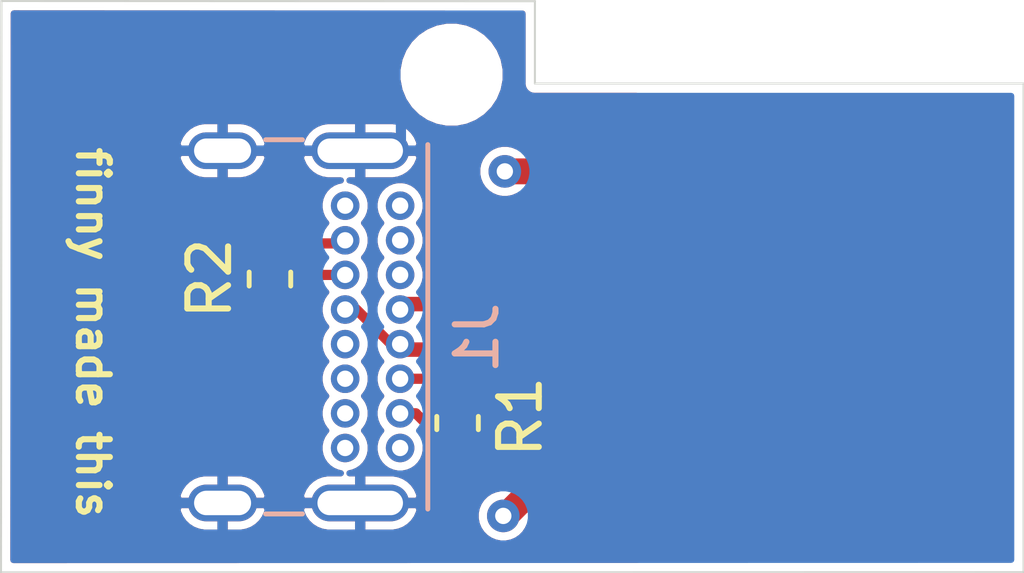
<source format=kicad_pcb>
(kicad_pcb (version 20171130) (host pcbnew "(5.1.4)-1")

  (general
    (thickness 1.6002)
    (drawings 8)
    (tracks 55)
    (zones 0)
    (modules 5)
    (nets 10)
  )

  (page A4)
  (layers
    (0 F.Cu signal hide)
    (1 In1.Cu power hide)
    (2 In2.Cu power hide)
    (31 B.Cu signal hide)
    (32 B.Adhes user hide)
    (33 F.Adhes user hide)
    (34 B.Paste user hide)
    (35 F.Paste user hide)
    (36 B.SilkS user hide)
    (37 F.SilkS user)
    (38 B.Mask user hide)
    (39 F.Mask user hide)
    (40 Dwgs.User user hide)
    (41 Cmts.User user hide)
    (42 Eco1.User user hide)
    (43 Eco2.User user hide)
    (44 Edge.Cuts user)
    (45 Margin user hide)
    (46 B.CrtYd user hide)
    (47 F.CrtYd user hide)
    (48 B.Fab user hide)
    (49 F.Fab user hide)
  )

  (setup
    (last_trace_width 0.25)
    (trace_clearance 0.2)
    (zone_clearance 0.2032)
    (zone_45_only no)
    (trace_min 0.2)
    (via_size 0.8)
    (via_drill 0.4)
    (via_min_size 0.4)
    (via_min_drill 0.3)
    (uvia_size 0.3)
    (uvia_drill 0.1)
    (uvias_allowed no)
    (uvia_min_size 0.2)
    (uvia_min_drill 0.1)
    (edge_width 0.05)
    (segment_width 0.2)
    (pcb_text_width 0.3)
    (pcb_text_size 1.5 1.5)
    (mod_edge_width 0.12)
    (mod_text_size 1 1)
    (mod_text_width 0.15)
    (pad_size 1.524 1.524)
    (pad_drill 0.762)
    (pad_to_mask_clearance 0.051)
    (solder_mask_min_width 0.25)
    (aux_axis_origin 0 0)
    (grid_origin 101.69 148.73)
    (visible_elements 7FFFFFFF)
    (pcbplotparams
      (layerselection 0x010fc_ffffffff)
      (usegerberextensions false)
      (usegerberattributes false)
      (usegerberadvancedattributes false)
      (creategerberjobfile false)
      (excludeedgelayer true)
      (linewidth 0.100000)
      (plotframeref false)
      (viasonmask false)
      (mode 1)
      (useauxorigin false)
      (hpglpennumber 1)
      (hpglpenspeed 20)
      (hpglpendiameter 15.000000)
      (psnegative false)
      (psa4output false)
      (plotreference true)
      (plotvalue true)
      (plotinvisibletext false)
      (padsonsilk false)
      (subtractmaskfromsilk false)
      (outputformat 1)
      (mirror false)
      (drillshape 1)
      (scaleselection 1)
      (outputdirectory ""))
  )

  (net 0 "")
  (net 1 GND)
  (net 2 "Net-(J1-PadB8)")
  (net 3 "Net-(J1-PadA8)")
  (net 4 D+)
  (net 5 VBUS)
  (net 6 D-)
  (net 7 Shield)
  (net 8 CC2)
  (net 9 CC1)

  (net_class Default "This is the default net class."
    (clearance 0.2)
    (trace_width 0.25)
    (via_dia 0.8)
    (via_drill 0.4)
    (uvia_dia 0.3)
    (uvia_drill 0.1)
    (add_net CC1)
    (add_net CC2)
    (add_net D+)
    (add_net D-)
    (add_net GND)
    (add_net "Net-(J1-PadA8)")
    (add_net "Net-(J1-PadB8)")
    (add_net Shield)
    (add_net VBUS)
  )

  (module Resistor_SMD:R_0603_1608Metric (layer F.Cu) (tedit 5B301BBD) (tstamp 5D747AFD)
    (at 96.35092 151.08712 90)
    (descr "Resistor SMD 0603 (1608 Metric), square (rectangular) end terminal, IPC_7351 nominal, (Body size source: http://www.tortai-tech.com/upload/download/2011102023233369053.pdf), generated with kicad-footprint-generator")
    (tags resistor)
    (path /5D744200)
    (attr smd)
    (fp_text reference R1 (at 0.1524 1.53924 90) (layer F.SilkS)
      (effects (font (size 1 1) (thickness 0.15)))
    )
    (fp_text value 56k (at 0 1.65 270) (layer F.Fab)
      (effects (font (size 1 1) (thickness 0.15)))
    )
    (fp_text user %R (at 0 0 270) (layer F.Fab)
      (effects (font (size 0.5 0.5) (thickness 0.08)))
    )
    (fp_line (start 1.48 0.73) (end -1.48 0.73) (layer F.CrtYd) (width 0.05))
    (fp_line (start 1.48 -0.73) (end 1.48 0.73) (layer F.CrtYd) (width 0.05))
    (fp_line (start -1.48 -0.73) (end 1.48 -0.73) (layer F.CrtYd) (width 0.05))
    (fp_line (start -1.48 0.73) (end -1.48 -0.73) (layer F.CrtYd) (width 0.05))
    (fp_line (start -0.162779 0.51) (end 0.162779 0.51) (layer F.SilkS) (width 0.12))
    (fp_line (start -0.162779 -0.51) (end 0.162779 -0.51) (layer F.SilkS) (width 0.12))
    (fp_line (start 0.8 0.4) (end -0.8 0.4) (layer F.Fab) (width 0.1))
    (fp_line (start 0.8 -0.4) (end 0.8 0.4) (layer F.Fab) (width 0.1))
    (fp_line (start -0.8 -0.4) (end 0.8 -0.4) (layer F.Fab) (width 0.1))
    (fp_line (start -0.8 0.4) (end -0.8 -0.4) (layer F.Fab) (width 0.1))
    (pad 2 smd roundrect (at 0.7875 0 90) (size 0.875 0.95) (layers F.Cu F.Paste F.Mask) (roundrect_rratio 0.25)
      (net 9 CC1))
    (pad 1 smd roundrect (at -0.7875 0 90) (size 0.875 0.95) (layers F.Cu F.Paste F.Mask) (roundrect_rratio 0.25)
      (net 5 VBUS))
    (model ${KISYS3DMOD}/Resistor_SMD.3dshapes/R_0603_1608Metric.wrl
      (at (xyz 0 0 0))
      (scale (xyz 1 1 1))
      (rotate (xyz 0 0 0))
    )
  )

  (module MountingHole:MountingHole_2.1mm (layer F.Cu) (tedit 5B924765) (tstamp 5D89AFC6)
    (at 96.2036 142.5324)
    (descr "Mounting Hole 2.1mm, no annular")
    (tags "mounting hole 2.1mm no annular")
    (path /5D8A0CD3)
    (attr virtual)
    (fp_text reference H1 (at 0 -3.2) (layer Cmts.User)
      (effects (font (size 1 1) (thickness 0.15)))
    )
    (fp_text value MountingHole (at 0 3.2) (layer F.Fab)
      (effects (font (size 1 1) (thickness 0.15)))
    )
    (fp_circle (center 0 0) (end 2.35 0) (layer F.CrtYd) (width 0.05))
    (fp_circle (center 0 0) (end 2.1 0) (layer Cmts.User) (width 0.15))
    (fp_text user %R (at 0.3 0) (layer F.Fab)
      (effects (font (size 1 1) (thickness 0.15)))
    )
    (pad "" np_thru_hole circle (at 0 0) (size 2.1 2.1) (drill 2.1) (layers *.Cu *.Mask))
  )

  (module Resistor_SMD:R_0603_1608Metric_Pad1.05x0.95mm_HandSolder (layer F.Cu) (tedit 5B301BBD) (tstamp 5D747B0E)
    (at 91.74336 147.55144 270)
    (descr "Resistor SMD 0603 (1608 Metric), square (rectangular) end terminal, IPC_7351 nominal with elongated pad for handsoldering. (Body size source: http://www.tortai-tech.com/upload/download/2011102023233369053.pdf), generated with kicad-footprint-generator")
    (tags "resistor handsolder")
    (path /5D7472C8)
    (attr smd)
    (fp_text reference R2 (at -0.01524 1.48336 270) (layer F.SilkS)
      (effects (font (size 1 1) (thickness 0.15)))
    )
    (fp_text value 56k (at 0 1.65 270) (layer F.Fab)
      (effects (font (size 1 1) (thickness 0.15)))
    )
    (fp_text user %R (at 0 0 270) (layer F.Fab)
      (effects (font (size 0.5 0.5) (thickness 0.08)))
    )
    (fp_line (start 1.65 0.73) (end -1.65 0.73) (layer F.CrtYd) (width 0.05))
    (fp_line (start 1.65 -0.73) (end 1.65 0.73) (layer F.CrtYd) (width 0.05))
    (fp_line (start -1.65 -0.73) (end 1.65 -0.73) (layer F.CrtYd) (width 0.05))
    (fp_line (start -1.65 0.73) (end -1.65 -0.73) (layer F.CrtYd) (width 0.05))
    (fp_line (start -0.171267 0.51) (end 0.171267 0.51) (layer F.SilkS) (width 0.12))
    (fp_line (start -0.171267 -0.51) (end 0.171267 -0.51) (layer F.SilkS) (width 0.12))
    (fp_line (start 0.8 0.4) (end -0.8 0.4) (layer F.Fab) (width 0.1))
    (fp_line (start 0.8 -0.4) (end 0.8 0.4) (layer F.Fab) (width 0.1))
    (fp_line (start -0.8 -0.4) (end 0.8 -0.4) (layer F.Fab) (width 0.1))
    (fp_line (start -0.8 0.4) (end -0.8 -0.4) (layer F.Fab) (width 0.1))
    (pad 2 smd roundrect (at 0.875 0 270) (size 1.05 0.95) (layers F.Cu F.Paste F.Mask) (roundrect_rratio 0.25)
      (net 8 CC2))
    (pad 1 smd roundrect (at -0.875 0 270) (size 1.05 0.95) (layers F.Cu F.Paste F.Mask) (roundrect_rratio 0.25)
      (net 5 VBUS))
    (model ${KISYS3DMOD}/Resistor_SMD.3dshapes/R_0603_1608Metric.wrl
      (at (xyz 0 0 0))
      (scale (xyz 1 1 1))
      (rotate (xyz 0 0 0))
    )
  )

  (module Connector_USB:USB_C_Receptacle_GCT_USB4085 (layer B.Cu) (tedit 5D743833) (tstamp 5D747AE1)
    (at 94.94 151.7 90)
    (descr "USB 2.0 Type C Receptacle, https://gct.co/Files/Drawings/USB4085.pdf")
    (tags "USB Type-C Receptacle Through-hole Right angle")
    (path /5D742ACE)
    (fp_text reference J1 (at 2.7033 1.8859 90) (layer B.SilkS)
      (effects (font (size 1 1) (thickness 0.15)) (justify mirror))
    )
    (fp_text value USB_C_Receptacle_USB2.0 (at 2.975 -9.925 90) (layer B.Fab)
      (effects (font (size 1 1) (thickness 0.15)) (justify mirror))
    )
    (fp_text user %R (at 2.975 -4.025 90) (layer B.Fab)
      (effects (font (size 1 1) (thickness 0.15)) (justify mirror))
    )
    (fp_text user "PCB Edge" (at 2.975 -6.1 90) (layer Dwgs.User)
      (effects (font (size 0.5 0.5) (thickness 0.1)))
    )
    (fp_line (start -0.025 -6.1) (end 5.975 -6.1) (layer B.Fab) (width 0.1))
    (fp_line (start 8.25 1.06) (end 8.25 -9.11) (layer B.CrtYd) (width 0.05))
    (fp_line (start -2.3 1.06) (end 8.25 1.06) (layer B.CrtYd) (width 0.05))
    (fp_line (start -2.3 -9.11) (end 8.25 -9.11) (layer B.CrtYd) (width 0.05))
    (fp_line (start -2.3 1.06) (end -2.3 -9.11) (layer B.CrtYd) (width 0.05))
    (fp_line (start -1.62 -2.4) (end -1.62 -3.3) (layer B.SilkS) (width 0.12))
    (fp_line (start 7.57 -2.4) (end 7.57 -3.3) (layer B.SilkS) (width 0.12))
    (fp_line (start 7.45 0.56) (end 7.45 -8.61) (layer B.Fab) (width 0.1))
    (fp_line (start -1.5 0.56) (end -1.5 -8.61) (layer B.Fab) (width 0.1))
    (fp_line (start -1.5 0.68) (end 7.45 0.68) (layer B.SilkS) (width 0.12))
    (fp_line (start -1.5 -8.61) (end 7.45 -8.61) (layer B.Fab) (width 0.1))
    (fp_line (start -1.5 0.56) (end 7.45 0.56) (layer B.Fab) (width 0.1))
    (pad S1 thru_hole oval (at 7.3 -4.36 90) (size 0.9 1.7) (drill oval 0.6 1.4) (layers *.Cu *.Mask)
      (net 7 Shield))
    (pad S1 thru_hole oval (at -1.35 -4.36 90) (size 0.9 1.7) (drill oval 0.6 1.4) (layers *.Cu *.Mask)
      (net 7 Shield))
    (pad S1 thru_hole oval (at 7.3 -0.98 90) (size 0.9 2.4) (drill oval 0.6 2.1) (layers *.Cu *.Mask)
      (net 7 Shield))
    (pad S1 thru_hole oval (at -1.35 -0.98 90) (size 0.9 2.4) (drill oval 0.6 2.1) (layers *.Cu *.Mask)
      (net 7 Shield))
    (pad B6 thru_hole circle (at 3.4 -1.35 90) (size 0.7 0.7) (drill 0.4) (layers *.Cu *.Mask)
      (net 4 D+))
    (pad B1 thru_hole circle (at 5.95 -1.35 90) (size 0.7 0.7) (drill 0.4) (layers *.Cu *.Mask)
      (net 1 GND))
    (pad B4 thru_hole circle (at 5.1 -1.35 90) (size 0.7 0.7) (drill 0.4) (layers *.Cu *.Mask)
      (net 5 VBUS))
    (pad B5 thru_hole circle (at 4.25 -1.35 90) (size 0.7 0.7) (drill 0.4) (layers *.Cu *.Mask)
      (net 8 CC2))
    (pad B12 thru_hole circle (at 0 -1.35 90) (size 0.7 0.7) (drill 0.4) (layers *.Cu *.Mask)
      (net 1 GND))
    (pad B8 thru_hole circle (at 1.7 -1.35 90) (size 0.7 0.7) (drill 0.4) (layers *.Cu *.Mask)
      (net 2 "Net-(J1-PadB8)"))
    (pad B7 thru_hole circle (at 2.55 -1.35 90) (size 0.7 0.7) (drill 0.4) (layers *.Cu *.Mask)
      (net 6 D-))
    (pad B9 thru_hole circle (at 0.85 -1.35 90) (size 0.7 0.7) (drill 0.4) (layers *.Cu *.Mask)
      (net 5 VBUS))
    (pad A12 thru_hole circle (at 5.95 0 90) (size 0.7 0.7) (drill 0.4) (layers *.Cu *.Mask)
      (net 1 GND))
    (pad A9 thru_hole circle (at 5.1 0 90) (size 0.7 0.7) (drill 0.4) (layers *.Cu *.Mask)
      (net 5 VBUS))
    (pad A8 thru_hole circle (at 4.25 0 90) (size 0.7 0.7) (drill 0.4) (layers *.Cu *.Mask)
      (net 3 "Net-(J1-PadA8)"))
    (pad A7 thru_hole circle (at 3.4 0 90) (size 0.7 0.7) (drill 0.4) (layers *.Cu *.Mask)
      (net 6 D-))
    (pad A6 thru_hole circle (at 2.55 0 90) (size 0.7 0.7) (drill 0.4) (layers *.Cu *.Mask)
      (net 4 D+))
    (pad A5 thru_hole circle (at 1.7 0 90) (size 0.7 0.7) (drill 0.4) (layers *.Cu *.Mask)
      (net 9 CC1))
    (pad A4 thru_hole circle (at 0.85 0 90) (size 0.7 0.7) (drill 0.4) (layers *.Cu *.Mask)
      (net 5 VBUS))
    (pad A1 thru_hole circle (at 0 0 90) (size 0.7 0.7) (drill 0.4) (layers *.Cu *.Mask)
      (net 1 GND))
    (model ${KISYS3DMOD}/Connector_USB.3dshapes/USB_C_Receptacle_GCT_USB4085.wrl
      (at (xyz 0 0 0))
      (scale (xyz 1 1 1))
      (rotate (xyz 0 0 0))
    )
  )

  (module Connector_USB:usb-PCB (layer F.Cu) (tedit 542BB0AF) (tstamp 5D747AEC)
    (at 110.33 148.73 90)
    (path /5D750D13)
    (attr virtual)
    (fp_text reference J2 (at 0.13 -7.85 90) (layer F.Fab) hide
      (effects (font (size 1.5 1.5) (thickness 0.15)))
    )
    (fp_text value USB_A_PLUG (at 0.29 -10.13 90) (layer F.Fab) hide
      (effects (font (size 1.5 1.5) (thickness 0.15)))
    )
    (fp_line (start -6.03 0) (end -6.03 -12) (layer Dwgs.User) (width 0.15))
    (fp_line (start 6.03 0) (end -6.03 0) (layer Dwgs.User) (width 0.15))
    (fp_line (start 6.03 0) (end 6.03 -12) (layer Dwgs.User) (width 0.15))
    (pad 2 connect rect (at 1.3 -5.15 90) (size 2 7.5) (layers F.Cu F.Mask)
      (net 6 D-))
    (pad 3 connect rect (at -1.3 -5.15 90) (size 2 7.5) (layers F.Cu F.Mask)
      (net 4 D+))
    (pad 4 connect rect (at -3.81 -4.9 90) (size 1.9 8) (layers F.Cu F.Mask)
      (net 1 GND))
    (pad 1 connect rect (at 3.81 -4.9 90) (size 1.9 8) (layers F.Cu F.Mask)
      (net 5 VBUS))
  )

  (gr_line (start 98.25 140.729) (end 98.25 140.729) (layer Edge.Cuts) (width 0.05) (tstamp 5D89B142))
  (gr_text "finny made this" (at 87.39488 148.87224 270) (layer F.SilkS)
    (effects (font (size 0.762 0.762) (thickness 0.15)))
  )
  (gr_line (start 85.14952 140.72392) (end 98.25084 140.729) (layer Edge.Cuts) (width 0.05))
  (gr_line (start 85.13936 154.75488) (end 85.14952 140.72392) (layer Edge.Cuts) (width 0.05))
  (gr_line (start 98.25 142.75) (end 98.25 140.729) (layer Edge.Cuts) (width 0.05))
  (gr_line (start 110.25 154.75) (end 85.13936 154.75488) (layer Edge.Cuts) (width 0.05))
  (gr_line (start 110.25 142.75) (end 110.25 154.75) (layer Edge.Cuts) (width 0.05))
  (gr_line (start 98.25 142.75) (end 110.25 142.75) (layer Edge.Cuts) (width 0.05))

  (via (at 97.4736 153.36804) (size 0.8) (drill 0.4) (layers F.Cu B.Cu) (net 1))
  (segment (start 99.624315 152.54) (end 99.604315 152.52) (width 0.3) (layer In1.Cu) (net 1))
  (segment (start 100.19 152.54) (end 99.624315 152.54) (width 0.3) (layer In1.Cu) (net 1))
  (segment (start 94.99 145.915) (end 94.96 145.885) (width 0.25) (layer B.Cu) (net 1))
  (segment (start 105.9888 152.54) (end 98.6039 152.54) (width 0.635) (layer F.Cu) (net 1))
  (segment (start 98.3626 152.54) (end 98.6039 152.54) (width 0.635) (layer F.Cu) (net 1))
  (segment (start 97.499 153.4036) (end 98.3626 152.54) (width 0.635) (layer F.Cu) (net 1))
  (segment (start 98.813799 149.2888) (end 95.868536 149.2888) (width 0.3556) (layer F.Cu) (net 4))
  (segment (start 95.868536 149.2888) (end 95.863536 149.2838) (width 0.3556) (layer F.Cu) (net 4))
  (segment (start 94.790998 149.15) (end 94.94 149.15) (width 0.25) (layer F.Cu) (net 4))
  (segment (start 105.18 150.03) (end 99.554999 150.03) (width 0.3556) (layer F.Cu) (net 4))
  (segment (start 99.554999 150.03) (end 98.813799 149.2888) (width 0.3556) (layer F.Cu) (net 4))
  (segment (start 95.863536 149.2838) (end 95.0738 149.2838) (width 0.3556) (layer F.Cu) (net 4))
  (segment (start 95.0738 149.2838) (end 94.94 149.15) (width 0.3556) (layer F.Cu) (net 4))
  (segment (start 93.8668 148.2982) (end 94.7168 149.1482) (width 0.25) (layer F.Cu) (net 4))
  (segment (start 93.59 148.3) (end 93.739002 148.3) (width 0.25) (layer F.Cu) (net 4))
  (segment (start 105.405 144.895) (end 105.43 144.92) (width 0.762) (layer F.Cu) (net 5))
  (via (at 97.5117 144.9073) (size 0.8) (drill 0.4) (layers F.Cu B.Cu) (net 5))
  (segment (start 105.43 144.92) (end 102.38 144.92) (width 0.25) (layer F.Cu) (net 5))
  (segment (start 102.38 144.92) (end 101.07 144.92) (width 0.25) (layer F.Cu) (net 5))
  (segment (start 101.07 144.92) (end 100.4 144.92) (width 0.25) (layer F.Cu) (net 5))
  (segment (start 97.5625 144.9073) (end 104.9725 144.9073) (width 0.635) (layer F.Cu) (net 5))
  (segment (start 98.79 144.92) (end 101.07 144.92) (width 0.25) (layer F.Cu) (net 5))
  (segment (start 98.02 144.92) (end 98.79 144.92) (width 0.25) (layer F.Cu) (net 5))
  (segment (start 94.94 150.85) (end 95.089002 150.85) (width 0.25) (layer In2.Cu) (net 5))
  (segment (start 95.434974 150.85) (end 95.448574 150.8636) (width 0.25) (layer In2.Cu) (net 5))
  (segment (start 94.94 150.85) (end 95.434974 150.85) (width 0.25) (layer In2.Cu) (net 5))
  (segment (start 95.27459 150.85) (end 94.94 150.85) (width 0.25) (layer F.Cu) (net 5))
  (segment (start 93.51356 146.67644) (end 93.59 146.6) (width 0.25) (layer F.Cu) (net 5))
  (segment (start 91.74336 146.67644) (end 93.51356 146.67644) (width 0.25) (layer F.Cu) (net 5))
  (segment (start 94.94 150.85) (end 92.62892 150.85) (width 0.25) (layer In2.Cu) (net 5))
  (segment (start 93.095026 146.6) (end 93.088466 146.60656) (width 0.25) (layer In2.Cu) (net 5))
  (segment (start 93.59 146.6) (end 93.095026 146.6) (width 0.25) (layer In2.Cu) (net 5))
  (segment (start 93.095026 146.6) (end 96.26816 146.6) (width 0.25) (layer In2.Cu) (net 5))
  (segment (start 95.3263 150.85) (end 94.94 150.85) (width 0.25) (layer F.Cu) (net 5))
  (segment (start 96.35092 151.87462) (end 95.3263 150.85) (width 0.25) (layer F.Cu) (net 5))
  (segment (start 98.813799 148.1712) (end 96.331464 148.1712) (width 0.3556) (layer F.Cu) (net 6))
  (segment (start 96.331464 148.1712) (end 96.326464 148.1662) (width 0.3556) (layer F.Cu) (net 6))
  (segment (start 93.739002 149.15) (end 93.59 149.15) (width 0.25) (layer B.Cu) (net 6))
  (segment (start 105.18 147.43) (end 99.554999 147.43) (width 0.3556) (layer F.Cu) (net 6))
  (segment (start 99.554999 147.43) (end 98.813799 148.1712) (width 0.3556) (layer F.Cu) (net 6))
  (segment (start 95.0738 148.1662) (end 94.94 148.3) (width 0.3556) (layer F.Cu) (net 6))
  (segment (start 96.326464 148.1662) (end 95.0738 148.1662) (width 0.3556) (layer F.Cu) (net 6))
  (segment (start 94.790998 148.3) (end 94.94 148.3) (width 0.25) (layer In1.Cu) (net 6))
  (segment (start 93.739002 149.15) (end 93.59 149.15) (width 0.25) (layer In1.Cu) (net 6))
  (segment (start 94.6914 148.2864) (end 93.8414 149.1364) (width 0.25) (layer In1.Cu) (net 6))
  (segment (start 94.96 143.51) (end 94.31 142.86) (width 0.25) (layer B.Cu) (net 7))
  (segment (start 94.96 144.135) (end 94.96 143.51) (width 0.25) (layer B.Cu) (net 7))
  (segment (start 90.095026 147.45) (end 90.59 147.45) (width 0.25) (layer B.Cu) (net 7))
  (segment (start 89.09 146.444974) (end 90.095026 147.45) (width 0.25) (layer B.Cu) (net 7))
  (segment (start 92.7198 147.45) (end 93.59 147.45) (width 0.25) (layer F.Cu) (net 8))
  (segment (start 91.74336 148.42644) (end 92.7198 147.45) (width 0.25) (layer F.Cu) (net 8))
  (segment (start 95.7451 150) (end 94.94 150) (width 0.25) (layer F.Cu) (net 9))
  (segment (start 95.8319 150) (end 95.7451 150) (width 0.25) (layer F.Cu) (net 9))
  (segment (start 96.14168 150.30978) (end 95.8319 150) (width 0.25) (layer F.Cu) (net 9))

  (zone (net 1) (net_name GND) (layer In1.Cu) (tstamp 5D999361) (hatch edge 0.508)
    (connect_pads (clearance 0.2032))
    (min_thickness 0.1524)
    (fill yes (arc_segments 32) (thermal_gap 0.2032) (thermal_bridge_width 0.254))
    (polygon
      (pts
        (xy 83.04 139.07) (xy 111.41 138.81) (xy 111.48 161.44) (xy 81.76 160.03)
      )
    )
    (filled_polygon
      (pts
        (xy 97.945601 141.033281) (xy 97.9456 142.735054) (xy 97.944128 142.75) (xy 97.950005 142.809673) (xy 97.967411 142.867052)
        (xy 97.995677 142.919933) (xy 98.033716 142.966284) (xy 98.080067 143.004323) (xy 98.132948 143.032589) (xy 98.190327 143.049995)
        (xy 98.25 143.055872) (xy 98.264946 143.0544) (xy 109.9456 143.0544) (xy 109.945601 154.44566) (xy 85.44398 154.450421)
        (xy 85.444994 153.05) (xy 89.447071 153.05) (xy 89.461154 153.192987) (xy 89.502862 153.33048) (xy 89.570592 153.457194)
        (xy 89.661741 153.568259) (xy 89.772806 153.659408) (xy 89.89952 153.727138) (xy 90.037013 153.768846) (xy 90.144169 153.7794)
        (xy 91.015831 153.7794) (xy 91.122987 153.768846) (xy 91.26048 153.727138) (xy 91.387194 153.659408) (xy 91.498259 153.568259)
        (xy 91.589408 153.457194) (xy 91.657138 153.33048) (xy 91.698846 153.192987) (xy 91.712929 153.05) (xy 92.477071 153.05)
        (xy 92.491154 153.192987) (xy 92.532862 153.33048) (xy 92.600592 153.457194) (xy 92.691741 153.568259) (xy 92.802806 153.659408)
        (xy 92.92952 153.727138) (xy 93.067013 153.768846) (xy 93.174169 153.7794) (xy 94.745831 153.7794) (xy 94.852987 153.768846)
        (xy 94.99048 153.727138) (xy 95.117194 153.659408) (xy 95.228259 153.568259) (xy 95.319408 153.457194) (xy 95.387138 153.33048)
        (xy 95.428846 153.192987) (xy 95.442929 153.05) (xy 95.428846 152.907013) (xy 95.387138 152.76952) (xy 95.319408 152.642806)
        (xy 95.228259 152.531741) (xy 95.117194 152.440592) (xy 94.99048 152.372862) (xy 94.852987 152.331154) (xy 94.745831 152.3206)
        (xy 93.696659 152.3206) (xy 93.738791 152.314692) (xy 93.855852 152.273854) (xy 93.919442 152.239865) (xy 93.950269 152.132111)
        (xy 94.579731 152.132111) (xy 94.610558 152.239865) (xy 94.72221 152.293763) (xy 94.842233 152.324842) (xy 94.966012 152.331909)
        (xy 95.088791 152.314692) (xy 95.205852 152.273854) (xy 95.269442 152.239865) (xy 95.300269 152.132111) (xy 94.94 151.771842)
        (xy 94.579731 152.132111) (xy 93.950269 152.132111) (xy 93.59 151.771842) (xy 93.229731 152.132111) (xy 93.260558 152.239865)
        (xy 93.37221 152.293763) (xy 93.475851 152.3206) (xy 93.174169 152.3206) (xy 93.067013 152.331154) (xy 92.92952 152.372862)
        (xy 92.802806 152.440592) (xy 92.691741 152.531741) (xy 92.600592 152.642806) (xy 92.532862 152.76952) (xy 92.491154 152.907013)
        (xy 92.477071 153.05) (xy 91.712929 153.05) (xy 91.698846 152.907013) (xy 91.657138 152.76952) (xy 91.589408 152.642806)
        (xy 91.498259 152.531741) (xy 91.387194 152.440592) (xy 91.26048 152.372862) (xy 91.122987 152.331154) (xy 91.015831 152.3206)
        (xy 90.144169 152.3206) (xy 90.037013 152.331154) (xy 89.89952 152.372862) (xy 89.772806 152.440592) (xy 89.661741 152.531741)
        (xy 89.570592 152.642806) (xy 89.502862 152.76952) (xy 89.461154 152.907013) (xy 89.447071 153.05) (xy 85.444994 153.05)
        (xy 85.45026 145.776012) (xy 92.958091 145.776012) (xy 92.975308 145.898791) (xy 93.016146 146.015852) (xy 93.050135 146.079442)
        (xy 93.157887 146.110268) (xy 93.107132 146.161023) (xy 93.123002 146.176893) (xy 93.101113 146.198781) (xy 93.032233 146.301867)
        (xy 92.984788 146.416411) (xy 92.9606 146.53801) (xy 92.9606 146.66199) (xy 92.984788 146.783589) (xy 93.032233 146.898133)
        (xy 93.101113 147.001219) (xy 93.124894 147.025) (xy 93.101113 147.048781) (xy 93.032233 147.151867) (xy 92.984788 147.266411)
        (xy 92.9606 147.38801) (xy 92.9606 147.51199) (xy 92.984788 147.633589) (xy 93.032233 147.748133) (xy 93.101113 147.851219)
        (xy 93.124894 147.875) (xy 93.101113 147.898781) (xy 93.032233 148.001867) (xy 92.984788 148.116411) (xy 92.9606 148.23801)
        (xy 92.9606 148.36199) (xy 92.984788 148.483589) (xy 93.032233 148.598133) (xy 93.101113 148.701219) (xy 93.124894 148.725)
        (xy 93.101113 148.748781) (xy 93.032233 148.851867) (xy 92.984788 148.966411) (xy 92.9606 149.08801) (xy 92.9606 149.21199)
        (xy 92.984788 149.333589) (xy 93.032233 149.448133) (xy 93.101113 149.551219) (xy 93.124894 149.575) (xy 93.101113 149.598781)
        (xy 93.032233 149.701867) (xy 92.984788 149.816411) (xy 92.9606 149.93801) (xy 92.9606 150.06199) (xy 92.984788 150.183589)
        (xy 93.032233 150.298133) (xy 93.101113 150.401219) (xy 93.124894 150.425) (xy 93.101113 150.448781) (xy 93.032233 150.551867)
        (xy 92.984788 150.666411) (xy 92.9606 150.78801) (xy 92.9606 150.91199) (xy 92.984788 151.033589) (xy 93.032233 151.148133)
        (xy 93.101113 151.251219) (xy 93.123002 151.273108) (xy 93.107132 151.288977) (xy 93.157887 151.339732) (xy 93.050135 151.370558)
        (xy 92.996237 151.48221) (xy 92.965158 151.602233) (xy 92.958091 151.726012) (xy 92.975308 151.848791) (xy 93.016146 151.965852)
        (xy 93.050135 152.029442) (xy 93.157889 152.060269) (xy 93.518158 151.7) (xy 93.504016 151.685858) (xy 93.575858 151.614016)
        (xy 93.59 151.628158) (xy 93.604143 151.614016) (xy 93.675985 151.685858) (xy 93.661842 151.7) (xy 94.022111 152.060269)
        (xy 94.129865 152.029442) (xy 94.183763 151.91779) (xy 94.214842 151.797767) (xy 94.221909 151.673988) (xy 94.204692 151.551209)
        (xy 94.163854 151.434148) (xy 94.129865 151.370558) (xy 94.022113 151.339732) (xy 94.072868 151.288977) (xy 94.056999 151.273108)
        (xy 94.078887 151.251219) (xy 94.147767 151.148133) (xy 94.195212 151.033589) (xy 94.2194 150.91199) (xy 94.2194 150.78801)
        (xy 94.195212 150.666411) (xy 94.147767 150.551867) (xy 94.078887 150.448781) (xy 94.055106 150.425) (xy 94.078887 150.401219)
        (xy 94.147767 150.298133) (xy 94.195212 150.183589) (xy 94.2194 150.06199) (xy 94.2194 149.93801) (xy 94.195212 149.816411)
        (xy 94.147767 149.701867) (xy 94.078887 149.598781) (xy 94.055106 149.575) (xy 94.078887 149.551219) (xy 94.147767 149.448133)
        (xy 94.18043 149.369278) (xy 94.315099 149.234608) (xy 94.334788 149.333589) (xy 94.382233 149.448133) (xy 94.451113 149.551219)
        (xy 94.474894 149.575) (xy 94.451113 149.598781) (xy 94.382233 149.701867) (xy 94.334788 149.816411) (xy 94.3106 149.93801)
        (xy 94.3106 150.06199) (xy 94.334788 150.183589) (xy 94.382233 150.298133) (xy 94.451113 150.401219) (xy 94.474894 150.425)
        (xy 94.451113 150.448781) (xy 94.382233 150.551867) (xy 94.334788 150.666411) (xy 94.3106 150.78801) (xy 94.3106 150.91199)
        (xy 94.334788 151.033589) (xy 94.382233 151.148133) (xy 94.451113 151.251219) (xy 94.473002 151.273108) (xy 94.457132 151.288977)
        (xy 94.507887 151.339732) (xy 94.400135 151.370558) (xy 94.346237 151.48221) (xy 94.315158 151.602233) (xy 94.308091 151.726012)
        (xy 94.325308 151.848791) (xy 94.366146 151.965852) (xy 94.400135 152.029442) (xy 94.507889 152.060269) (xy 94.868158 151.7)
        (xy 94.854016 151.685858) (xy 94.925858 151.614016) (xy 94.94 151.628158) (xy 94.954143 151.614016) (xy 95.025985 151.685858)
        (xy 95.011842 151.7) (xy 95.372111 152.060269) (xy 95.479865 152.029442) (xy 95.533763 151.91779) (xy 95.564842 151.797767)
        (xy 95.571909 151.673988) (xy 95.554692 151.551209) (xy 95.513854 151.434148) (xy 95.479865 151.370558) (xy 95.372113 151.339732)
        (xy 95.422868 151.288977) (xy 95.406999 151.273108) (xy 95.428887 151.251219) (xy 95.497767 151.148133) (xy 95.545212 151.033589)
        (xy 95.5694 150.91199) (xy 95.5694 150.78801) (xy 95.545212 150.666411) (xy 95.497767 150.551867) (xy 95.428887 150.448781)
        (xy 95.405106 150.425) (xy 95.428887 150.401219) (xy 95.497767 150.298133) (xy 95.545212 150.183589) (xy 95.5694 150.06199)
        (xy 95.5694 149.93801) (xy 95.545212 149.816411) (xy 95.497767 149.701867) (xy 95.428887 149.598781) (xy 95.405106 149.575)
        (xy 95.428887 149.551219) (xy 95.497767 149.448133) (xy 95.545212 149.333589) (xy 95.5694 149.21199) (xy 95.5694 149.08801)
        (xy 95.545212 148.966411) (xy 95.497767 148.851867) (xy 95.428887 148.748781) (xy 95.405106 148.725) (xy 95.428887 148.701219)
        (xy 95.497767 148.598133) (xy 95.545212 148.483589) (xy 95.5694 148.36199) (xy 95.5694 148.23801) (xy 95.545212 148.116411)
        (xy 95.497767 148.001867) (xy 95.428887 147.898781) (xy 95.405106 147.875) (xy 95.428887 147.851219) (xy 95.497767 147.748133)
        (xy 95.545212 147.633589) (xy 95.5694 147.51199) (xy 95.5694 147.38801) (xy 95.545212 147.266411) (xy 95.497767 147.151867)
        (xy 95.428887 147.048781) (xy 95.405106 147.025) (xy 95.428887 147.001219) (xy 95.497767 146.898133) (xy 95.545212 146.783589)
        (xy 95.5694 146.66199) (xy 95.5694 146.53801) (xy 95.545212 146.416411) (xy 95.497767 146.301867) (xy 95.428887 146.198781)
        (xy 95.406999 146.176893) (xy 95.422868 146.161023) (xy 95.372113 146.110268) (xy 95.479865 146.079442) (xy 95.533763 145.96779)
        (xy 95.564842 145.847767) (xy 95.571909 145.723988) (xy 95.554692 145.601209) (xy 95.513854 145.484148) (xy 95.479865 145.420558)
        (xy 95.372111 145.389731) (xy 95.011842 145.75) (xy 95.025985 145.764143) (xy 94.954143 145.835985) (xy 94.94 145.821842)
        (xy 94.925858 145.835985) (xy 94.854016 145.764143) (xy 94.868158 145.75) (xy 94.507889 145.389731) (xy 94.400135 145.420558)
        (xy 94.346237 145.53221) (xy 94.315158 145.652233) (xy 94.308091 145.776012) (xy 94.325308 145.898791) (xy 94.366146 146.015852)
        (xy 94.400135 146.079442) (xy 94.507887 146.110268) (xy 94.457132 146.161023) (xy 94.473002 146.176893) (xy 94.451113 146.198781)
        (xy 94.382233 146.301867) (xy 94.334788 146.416411) (xy 94.3106 146.53801) (xy 94.3106 146.66199) (xy 94.334788 146.783589)
        (xy 94.382233 146.898133) (xy 94.451113 147.001219) (xy 94.474894 147.025) (xy 94.451113 147.048781) (xy 94.382233 147.151867)
        (xy 94.334788 147.266411) (xy 94.3106 147.38801) (xy 94.3106 147.51199) (xy 94.334788 147.633589) (xy 94.382233 147.748133)
        (xy 94.451113 147.851219) (xy 94.474894 147.875) (xy 94.451113 147.898781) (xy 94.382233 148.001867) (xy 94.366824 148.039068)
        (xy 94.210853 148.19504) (xy 94.195212 148.116411) (xy 94.147767 148.001867) (xy 94.078887 147.898781) (xy 94.055106 147.875)
        (xy 94.078887 147.851219) (xy 94.147767 147.748133) (xy 94.195212 147.633589) (xy 94.2194 147.51199) (xy 94.2194 147.38801)
        (xy 94.195212 147.266411) (xy 94.147767 147.151867) (xy 94.078887 147.048781) (xy 94.055106 147.025) (xy 94.078887 147.001219)
        (xy 94.147767 146.898133) (xy 94.195212 146.783589) (xy 94.2194 146.66199) (xy 94.2194 146.53801) (xy 94.195212 146.416411)
        (xy 94.147767 146.301867) (xy 94.078887 146.198781) (xy 94.056999 146.176893) (xy 94.072868 146.161023) (xy 94.022113 146.110268)
        (xy 94.129865 146.079442) (xy 94.183763 145.96779) (xy 94.214842 145.847767) (xy 94.221909 145.723988) (xy 94.204692 145.601209)
        (xy 94.163854 145.484148) (xy 94.129865 145.420558) (xy 94.022111 145.389731) (xy 93.661842 145.75) (xy 93.675985 145.764143)
        (xy 93.604143 145.835985) (xy 93.59 145.821842) (xy 93.575858 145.835985) (xy 93.504016 145.764143) (xy 93.518158 145.75)
        (xy 93.157889 145.389731) (xy 93.050135 145.420558) (xy 92.996237 145.53221) (xy 92.965158 145.652233) (xy 92.958091 145.776012)
        (xy 85.45026 145.776012) (xy 85.451257 144.4) (xy 89.447071 144.4) (xy 89.461154 144.542987) (xy 89.502862 144.68048)
        (xy 89.570592 144.807194) (xy 89.661741 144.918259) (xy 89.772806 145.009408) (xy 89.89952 145.077138) (xy 90.037013 145.118846)
        (xy 90.144169 145.1294) (xy 91.015831 145.1294) (xy 91.122987 145.118846) (xy 91.26048 145.077138) (xy 91.387194 145.009408)
        (xy 91.498259 144.918259) (xy 91.589408 144.807194) (xy 91.657138 144.68048) (xy 91.698846 144.542987) (xy 91.712929 144.4)
        (xy 92.477071 144.4) (xy 92.491154 144.542987) (xy 92.532862 144.68048) (xy 92.600592 144.807194) (xy 92.691741 144.918259)
        (xy 92.802806 145.009408) (xy 92.92952 145.077138) (xy 93.067013 145.118846) (xy 93.174169 145.1294) (xy 93.483341 145.1294)
        (xy 93.441209 145.135308) (xy 93.324148 145.176146) (xy 93.260558 145.210135) (xy 93.229731 145.317889) (xy 93.59 145.678158)
        (xy 93.950269 145.317889) (xy 94.579731 145.317889) (xy 94.94 145.678158) (xy 95.300269 145.317889) (xy 95.269442 145.210135)
        (xy 95.15779 145.156237) (xy 95.037767 145.125158) (xy 94.913988 145.118091) (xy 94.791209 145.135308) (xy 94.674148 145.176146)
        (xy 94.610558 145.210135) (xy 94.579731 145.317889) (xy 93.950269 145.317889) (xy 93.919442 145.210135) (xy 93.80779 145.156237)
        (xy 93.704149 145.1294) (xy 94.745831 145.1294) (xy 94.852987 145.118846) (xy 94.99048 145.077138) (xy 95.117194 145.009408)
        (xy 95.228259 144.918259) (xy 95.292168 144.840385) (xy 96.8323 144.840385) (xy 96.8323 144.974215) (xy 96.858409 145.105474)
        (xy 96.909624 145.229116) (xy 96.983976 145.340392) (xy 97.078608 145.435024) (xy 97.189884 145.509376) (xy 97.313526 145.560591)
        (xy 97.444785 145.5867) (xy 97.578615 145.5867) (xy 97.709874 145.560591) (xy 97.833516 145.509376) (xy 97.944792 145.435024)
        (xy 98.039424 145.340392) (xy 98.113776 145.229116) (xy 98.164991 145.105474) (xy 98.1911 144.974215) (xy 98.1911 144.840385)
        (xy 98.164991 144.709126) (xy 98.113776 144.585484) (xy 98.039424 144.474208) (xy 97.944792 144.379576) (xy 97.833516 144.305224)
        (xy 97.709874 144.254009) (xy 97.578615 144.2279) (xy 97.444785 144.2279) (xy 97.313526 144.254009) (xy 97.189884 144.305224)
        (xy 97.078608 144.379576) (xy 96.983976 144.474208) (xy 96.909624 144.585484) (xy 96.858409 144.709126) (xy 96.8323 144.840385)
        (xy 95.292168 144.840385) (xy 95.319408 144.807194) (xy 95.387138 144.68048) (xy 95.428846 144.542987) (xy 95.442929 144.4)
        (xy 95.428846 144.257013) (xy 95.387138 144.11952) (xy 95.319408 143.992806) (xy 95.228259 143.881741) (xy 95.117194 143.790592)
        (xy 94.99048 143.722862) (xy 94.852987 143.681154) (xy 94.745831 143.6706) (xy 93.174169 143.6706) (xy 93.067013 143.681154)
        (xy 92.92952 143.722862) (xy 92.802806 143.790592) (xy 92.691741 143.881741) (xy 92.600592 143.992806) (xy 92.532862 144.11952)
        (xy 92.491154 144.257013) (xy 92.477071 144.4) (xy 91.712929 144.4) (xy 91.698846 144.257013) (xy 91.657138 144.11952)
        (xy 91.589408 143.992806) (xy 91.498259 143.881741) (xy 91.387194 143.790592) (xy 91.26048 143.722862) (xy 91.122987 143.681154)
        (xy 91.015831 143.6706) (xy 90.144169 143.6706) (xy 90.037013 143.681154) (xy 89.89952 143.722862) (xy 89.772806 143.790592)
        (xy 89.661741 143.881741) (xy 89.570592 143.992806) (xy 89.502862 144.11952) (xy 89.461154 144.257013) (xy 89.447071 144.4)
        (xy 85.451257 144.4) (xy 85.452704 142.401466) (xy 94.8742 142.401466) (xy 94.8742 142.663334) (xy 94.925288 142.920172)
        (xy 95.025501 143.162107) (xy 95.170988 143.379843) (xy 95.356157 143.565012) (xy 95.573893 143.710499) (xy 95.815828 143.810712)
        (xy 96.072666 143.8618) (xy 96.334534 143.8618) (xy 96.591372 143.810712) (xy 96.833307 143.710499) (xy 97.051043 143.565012)
        (xy 97.236212 143.379843) (xy 97.381699 143.162107) (xy 97.481912 142.920172) (xy 97.533 142.663334) (xy 97.533 142.401466)
        (xy 97.481912 142.144628) (xy 97.381699 141.902693) (xy 97.236212 141.684957) (xy 97.051043 141.499788) (xy 96.833307 141.354301)
        (xy 96.591372 141.254088) (xy 96.334534 141.203) (xy 96.072666 141.203) (xy 95.815828 141.254088) (xy 95.573893 141.354301)
        (xy 95.356157 141.499788) (xy 95.170988 141.684957) (xy 95.025501 141.902693) (xy 94.925288 142.144628) (xy 94.8742 142.401466)
        (xy 85.452704 142.401466) (xy 85.453699 141.028438)
      )
    )
  )
  (zone (net 0) (net_name "") (layer B.Mask) (tstamp 5D99935E) (hatch edge 0.508)
    (connect_pads (clearance 0.508))
    (min_thickness 0.254)
    (fill yes (arc_segments 32) (thermal_gap 0.508) (thermal_bridge_width 0.508))
    (polygon
      (pts
        (xy 98.25 142.72) (xy 110.24 142.72) (xy 110.24 154.74) (xy 98.25 154.74)
      )
    )
    (filled_polygon
      (pts
        (xy 110.113 154.613) (xy 98.377 154.613) (xy 98.377 142.847) (xy 110.113 142.847)
      )
    )
  )
  (zone (net 7) (net_name Shield) (layer B.Cu) (tstamp 5D99935B) (hatch edge 0.508)
    (connect_pads (clearance 0.2032))
    (min_thickness 0.1524)
    (fill yes (arc_segments 32) (thermal_gap 0.2032) (thermal_bridge_width 0.254))
    (polygon
      (pts
        (xy 82.97 139.72) (xy 111.57 139.84) (xy 111.47 158.96) (xy 82.7 158.49)
      )
    )
    (filled_polygon
      (pts
        (xy 97.945601 141.033281) (xy 97.9456 142.735054) (xy 97.944128 142.75) (xy 97.950005 142.809673) (xy 97.967411 142.867052)
        (xy 97.995677 142.919933) (xy 98.033716 142.966284) (xy 98.080067 143.004323) (xy 98.132948 143.032589) (xy 98.190327 143.049995)
        (xy 98.25 143.055872) (xy 98.264946 143.0544) (xy 109.9456 143.0544) (xy 109.945601 154.44566) (xy 85.44398 154.450421)
        (xy 85.444875 153.214001) (xy 89.469276 153.214001) (xy 89.486682 153.282196) (xy 89.545303 153.412994) (xy 89.628315 153.529842)
        (xy 89.732528 153.62825) (xy 89.853937 153.704437) (xy 89.987877 153.755474) (xy 90.1292 153.7794) (xy 90.5292 153.7794)
        (xy 90.5292 153.1008) (xy 90.6308 153.1008) (xy 90.6308 153.7794) (xy 91.0308 153.7794) (xy 91.172123 153.755474)
        (xy 91.306063 153.704437) (xy 91.427472 153.62825) (xy 91.531685 153.529842) (xy 91.614697 153.412994) (xy 91.673318 153.282196)
        (xy 91.690724 153.214001) (xy 92.499276 153.214001) (xy 92.516682 153.282196) (xy 92.575303 153.412994) (xy 92.658315 153.529842)
        (xy 92.762528 153.62825) (xy 92.883937 153.704437) (xy 93.017877 153.755474) (xy 93.1592 153.7794) (xy 93.9092 153.7794)
        (xy 93.9092 153.1008) (xy 94.0108 153.1008) (xy 94.0108 153.7794) (xy 94.7608 153.7794) (xy 94.902123 153.755474)
        (xy 95.036063 153.704437) (xy 95.157472 153.62825) (xy 95.261685 153.529842) (xy 95.344697 153.412994) (xy 95.394834 153.301125)
        (xy 96.7942 153.301125) (xy 96.7942 153.434955) (xy 96.820309 153.566214) (xy 96.871524 153.689856) (xy 96.945876 153.801132)
        (xy 97.040508 153.895764) (xy 97.151784 153.970116) (xy 97.275426 154.021331) (xy 97.406685 154.04744) (xy 97.540515 154.04744)
        (xy 97.671774 154.021331) (xy 97.795416 153.970116) (xy 97.906692 153.895764) (xy 98.001324 153.801132) (xy 98.075676 153.689856)
        (xy 98.126891 153.566214) (xy 98.153 153.434955) (xy 98.153 153.301125) (xy 98.126891 153.169866) (xy 98.075676 153.046224)
        (xy 98.001324 152.934948) (xy 97.906692 152.840316) (xy 97.795416 152.765964) (xy 97.671774 152.714749) (xy 97.540515 152.68864)
        (xy 97.406685 152.68864) (xy 97.275426 152.714749) (xy 97.151784 152.765964) (xy 97.040508 152.840316) (xy 96.945876 152.934948)
        (xy 96.871524 153.046224) (xy 96.820309 153.169866) (xy 96.7942 153.301125) (xy 95.394834 153.301125) (xy 95.403318 153.282196)
        (xy 95.420724 153.214001) (xy 95.367591 153.1008) (xy 94.0108 153.1008) (xy 93.9092 153.1008) (xy 92.552409 153.1008)
        (xy 92.499276 153.214001) (xy 91.690724 153.214001) (xy 91.637591 153.1008) (xy 90.6308 153.1008) (xy 90.5292 153.1008)
        (xy 89.522409 153.1008) (xy 89.469276 153.214001) (xy 85.444875 153.214001) (xy 85.445112 152.885999) (xy 89.469276 152.885999)
        (xy 89.522409 152.9992) (xy 90.5292 152.9992) (xy 90.5292 152.3206) (xy 90.6308 152.3206) (xy 90.6308 152.9992)
        (xy 91.637591 152.9992) (xy 91.690724 152.885999) (xy 91.673318 152.817804) (xy 91.614697 152.687006) (xy 91.531685 152.570158)
        (xy 91.427472 152.47175) (xy 91.306063 152.395563) (xy 91.172123 152.344526) (xy 91.0308 152.3206) (xy 90.6308 152.3206)
        (xy 90.5292 152.3206) (xy 90.1292 152.3206) (xy 89.987877 152.344526) (xy 89.853937 152.395563) (xy 89.732528 152.47175)
        (xy 89.628315 152.570158) (xy 89.545303 152.687006) (xy 89.486682 152.817804) (xy 89.469276 152.885999) (xy 85.445112 152.885999)
        (xy 85.451138 144.564001) (xy 89.469276 144.564001) (xy 89.486682 144.632196) (xy 89.545303 144.762994) (xy 89.628315 144.879842)
        (xy 89.732528 144.97825) (xy 89.853937 145.054437) (xy 89.987877 145.105474) (xy 90.1292 145.1294) (xy 90.5292 145.1294)
        (xy 90.5292 144.4508) (xy 90.6308 144.4508) (xy 90.6308 145.1294) (xy 91.0308 145.1294) (xy 91.172123 145.105474)
        (xy 91.306063 145.054437) (xy 91.427472 144.97825) (xy 91.531685 144.879842) (xy 91.614697 144.762994) (xy 91.673318 144.632196)
        (xy 91.690724 144.564001) (xy 92.499276 144.564001) (xy 92.516682 144.632196) (xy 92.575303 144.762994) (xy 92.658315 144.879842)
        (xy 92.762528 144.97825) (xy 92.883937 145.054437) (xy 93.017877 145.105474) (xy 93.1592 145.1294) (xy 93.48377 145.1294)
        (xy 93.406411 145.144788) (xy 93.291867 145.192233) (xy 93.188781 145.261113) (xy 93.101113 145.348781) (xy 93.032233 145.451867)
        (xy 92.984788 145.566411) (xy 92.9606 145.68801) (xy 92.9606 145.81199) (xy 92.984788 145.933589) (xy 93.032233 146.048133)
        (xy 93.101113 146.151219) (xy 93.124894 146.175) (xy 93.101113 146.198781) (xy 93.032233 146.301867) (xy 92.984788 146.416411)
        (xy 92.9606 146.53801) (xy 92.9606 146.66199) (xy 92.984788 146.783589) (xy 93.032233 146.898133) (xy 93.101113 147.001219)
        (xy 93.124894 147.025) (xy 93.101113 147.048781) (xy 93.032233 147.151867) (xy 92.984788 147.266411) (xy 92.9606 147.38801)
        (xy 92.9606 147.51199) (xy 92.984788 147.633589) (xy 93.032233 147.748133) (xy 93.101113 147.851219) (xy 93.124894 147.875)
        (xy 93.101113 147.898781) (xy 93.032233 148.001867) (xy 92.984788 148.116411) (xy 92.9606 148.23801) (xy 92.9606 148.36199)
        (xy 92.984788 148.483589) (xy 93.032233 148.598133) (xy 93.101113 148.701219) (xy 93.124894 148.725) (xy 93.101113 148.748781)
        (xy 93.032233 148.851867) (xy 92.984788 148.966411) (xy 92.9606 149.08801) (xy 92.9606 149.21199) (xy 92.984788 149.333589)
        (xy 93.032233 149.448133) (xy 93.101113 149.551219) (xy 93.124894 149.575) (xy 93.101113 149.598781) (xy 93.032233 149.701867)
        (xy 92.984788 149.816411) (xy 92.9606 149.93801) (xy 92.9606 150.06199) (xy 92.984788 150.183589) (xy 93.032233 150.298133)
        (xy 93.101113 150.401219) (xy 93.124894 150.425) (xy 93.101113 150.448781) (xy 93.032233 150.551867) (xy 92.984788 150.666411)
        (xy 92.9606 150.78801) (xy 92.9606 150.91199) (xy 92.984788 151.033589) (xy 93.032233 151.148133) (xy 93.101113 151.251219)
        (xy 93.124894 151.275) (xy 93.101113 151.298781) (xy 93.032233 151.401867) (xy 92.984788 151.516411) (xy 92.9606 151.63801)
        (xy 92.9606 151.76199) (xy 92.984788 151.883589) (xy 93.032233 151.998133) (xy 93.101113 152.101219) (xy 93.188781 152.188887)
        (xy 93.291867 152.257767) (xy 93.406411 152.305212) (xy 93.48377 152.3206) (xy 93.1592 152.3206) (xy 93.017877 152.344526)
        (xy 92.883937 152.395563) (xy 92.762528 152.47175) (xy 92.658315 152.570158) (xy 92.575303 152.687006) (xy 92.516682 152.817804)
        (xy 92.499276 152.885999) (xy 92.552409 152.9992) (xy 93.9092 152.9992) (xy 93.9092 152.3206) (xy 94.0108 152.3206)
        (xy 94.0108 152.9992) (xy 95.367591 152.9992) (xy 95.420724 152.885999) (xy 95.403318 152.817804) (xy 95.344697 152.687006)
        (xy 95.261685 152.570158) (xy 95.157472 152.47175) (xy 95.036063 152.395563) (xy 94.902123 152.344526) (xy 94.7608 152.3206)
        (xy 94.0108 152.3206) (xy 93.9092 152.3206) (xy 93.69623 152.3206) (xy 93.773589 152.305212) (xy 93.888133 152.257767)
        (xy 93.991219 152.188887) (xy 94.078887 152.101219) (xy 94.147767 151.998133) (xy 94.195212 151.883589) (xy 94.2194 151.76199)
        (xy 94.2194 151.63801) (xy 94.195212 151.516411) (xy 94.147767 151.401867) (xy 94.078887 151.298781) (xy 94.055106 151.275)
        (xy 94.078887 151.251219) (xy 94.147767 151.148133) (xy 94.195212 151.033589) (xy 94.2194 150.91199) (xy 94.2194 150.78801)
        (xy 94.195212 150.666411) (xy 94.147767 150.551867) (xy 94.078887 150.448781) (xy 94.055106 150.425) (xy 94.078887 150.401219)
        (xy 94.147767 150.298133) (xy 94.195212 150.183589) (xy 94.2194 150.06199) (xy 94.2194 149.93801) (xy 94.195212 149.816411)
        (xy 94.147767 149.701867) (xy 94.078887 149.598781) (xy 94.055106 149.575) (xy 94.078887 149.551219) (xy 94.147767 149.448133)
        (xy 94.195212 149.333589) (xy 94.2194 149.21199) (xy 94.2194 149.08801) (xy 94.195212 148.966411) (xy 94.147767 148.851867)
        (xy 94.078887 148.748781) (xy 94.055106 148.725) (xy 94.078887 148.701219) (xy 94.147767 148.598133) (xy 94.195212 148.483589)
        (xy 94.2194 148.36199) (xy 94.2194 148.23801) (xy 94.195212 148.116411) (xy 94.147767 148.001867) (xy 94.078887 147.898781)
        (xy 94.055106 147.875) (xy 94.078887 147.851219) (xy 94.147767 147.748133) (xy 94.195212 147.633589) (xy 94.2194 147.51199)
        (xy 94.2194 147.38801) (xy 94.195212 147.266411) (xy 94.147767 147.151867) (xy 94.078887 147.048781) (xy 94.055106 147.025)
        (xy 94.078887 147.001219) (xy 94.147767 146.898133) (xy 94.195212 146.783589) (xy 94.2194 146.66199) (xy 94.2194 146.53801)
        (xy 94.195212 146.416411) (xy 94.147767 146.301867) (xy 94.078887 146.198781) (xy 94.055106 146.175) (xy 94.078887 146.151219)
        (xy 94.147767 146.048133) (xy 94.195212 145.933589) (xy 94.2194 145.81199) (xy 94.2194 145.68801) (xy 94.3106 145.68801)
        (xy 94.3106 145.81199) (xy 94.334788 145.933589) (xy 94.382233 146.048133) (xy 94.451113 146.151219) (xy 94.474894 146.175)
        (xy 94.451113 146.198781) (xy 94.382233 146.301867) (xy 94.334788 146.416411) (xy 94.3106 146.53801) (xy 94.3106 146.66199)
        (xy 94.334788 146.783589) (xy 94.382233 146.898133) (xy 94.451113 147.001219) (xy 94.474894 147.025) (xy 94.451113 147.048781)
        (xy 94.382233 147.151867) (xy 94.334788 147.266411) (xy 94.3106 147.38801) (xy 94.3106 147.51199) (xy 94.334788 147.633589)
        (xy 94.382233 147.748133) (xy 94.451113 147.851219) (xy 94.474894 147.875) (xy 94.451113 147.898781) (xy 94.382233 148.001867)
        (xy 94.334788 148.116411) (xy 94.3106 148.23801) (xy 94.3106 148.36199) (xy 94.334788 148.483589) (xy 94.382233 148.598133)
        (xy 94.451113 148.701219) (xy 94.474894 148.725) (xy 94.451113 148.748781) (xy 94.382233 148.851867) (xy 94.334788 148.966411)
        (xy 94.3106 149.08801) (xy 94.3106 149.21199) (xy 94.334788 149.333589) (xy 94.382233 149.448133) (xy 94.451113 149.551219)
        (xy 94.474894 149.575) (xy 94.451113 149.598781) (xy 94.382233 149.701867) (xy 94.334788 149.816411) (xy 94.3106 149.93801)
        (xy 94.3106 150.06199) (xy 94.334788 150.183589) (xy 94.382233 150.298133) (xy 94.451113 150.401219) (xy 94.474894 150.425)
        (xy 94.451113 150.448781) (xy 94.382233 150.551867) (xy 94.334788 150.666411) (xy 94.3106 150.78801) (xy 94.3106 150.91199)
        (xy 94.334788 151.033589) (xy 94.382233 151.148133) (xy 94.451113 151.251219) (xy 94.474894 151.275) (xy 94.451113 151.298781)
        (xy 94.382233 151.401867) (xy 94.334788 151.516411) (xy 94.3106 151.63801) (xy 94.3106 151.76199) (xy 94.334788 151.883589)
        (xy 94.382233 151.998133) (xy 94.451113 152.101219) (xy 94.538781 152.188887) (xy 94.641867 152.257767) (xy 94.756411 152.305212)
        (xy 94.87801 152.3294) (xy 95.00199 152.3294) (xy 95.123589 152.305212) (xy 95.238133 152.257767) (xy 95.341219 152.188887)
        (xy 95.428887 152.101219) (xy 95.497767 151.998133) (xy 95.545212 151.883589) (xy 95.5694 151.76199) (xy 95.5694 151.63801)
        (xy 95.545212 151.516411) (xy 95.497767 151.401867) (xy 95.428887 151.298781) (xy 95.405106 151.275) (xy 95.428887 151.251219)
        (xy 95.497767 151.148133) (xy 95.545212 151.033589) (xy 95.5694 150.91199) (xy 95.5694 150.78801) (xy 95.545212 150.666411)
        (xy 95.497767 150.551867) (xy 95.428887 150.448781) (xy 95.405106 150.425) (xy 95.428887 150.401219) (xy 95.497767 150.298133)
        (xy 95.545212 150.183589) (xy 95.5694 150.06199) (xy 95.5694 149.93801) (xy 95.545212 149.816411) (xy 95.497767 149.701867)
        (xy 95.428887 149.598781) (xy 95.405106 149.575) (xy 95.428887 149.551219) (xy 95.497767 149.448133) (xy 95.545212 149.333589)
        (xy 95.5694 149.21199) (xy 95.5694 149.08801) (xy 95.545212 148.966411) (xy 95.497767 148.851867) (xy 95.428887 148.748781)
        (xy 95.405106 148.725) (xy 95.428887 148.701219) (xy 95.497767 148.598133) (xy 95.545212 148.483589) (xy 95.5694 148.36199)
        (xy 95.5694 148.23801) (xy 95.545212 148.116411) (xy 95.497767 148.001867) (xy 95.428887 147.898781) (xy 95.405106 147.875)
        (xy 95.428887 147.851219) (xy 95.497767 147.748133) (xy 95.545212 147.633589) (xy 95.5694 147.51199) (xy 95.5694 147.38801)
        (xy 95.545212 147.266411) (xy 95.497767 147.151867) (xy 95.428887 147.048781) (xy 95.405106 147.025) (xy 95.428887 147.001219)
        (xy 95.497767 146.898133) (xy 95.545212 146.783589) (xy 95.5694 146.66199) (xy 95.5694 146.53801) (xy 95.545212 146.416411)
        (xy 95.497767 146.301867) (xy 95.428887 146.198781) (xy 95.405106 146.175) (xy 95.428887 146.151219) (xy 95.497767 146.048133)
        (xy 95.545212 145.933589) (xy 95.5694 145.81199) (xy 95.5694 145.68801) (xy 95.545212 145.566411) (xy 95.497767 145.451867)
        (xy 95.428887 145.348781) (xy 95.341219 145.261113) (xy 95.238133 145.192233) (xy 95.123589 145.144788) (xy 95.00199 145.1206)
        (xy 94.87801 145.1206) (xy 94.756411 145.144788) (xy 94.641867 145.192233) (xy 94.538781 145.261113) (xy 94.451113 145.348781)
        (xy 94.382233 145.451867) (xy 94.334788 145.566411) (xy 94.3106 145.68801) (xy 94.2194 145.68801) (xy 94.195212 145.566411)
        (xy 94.147767 145.451867) (xy 94.078887 145.348781) (xy 93.991219 145.261113) (xy 93.888133 145.192233) (xy 93.773589 145.144788)
        (xy 93.69623 145.1294) (xy 93.9092 145.1294) (xy 93.9092 144.4508) (xy 94.0108 144.4508) (xy 94.0108 145.1294)
        (xy 94.7608 145.1294) (xy 94.902123 145.105474) (xy 95.036063 145.054437) (xy 95.157472 144.97825) (xy 95.261685 144.879842)
        (xy 95.289716 144.840385) (xy 96.8323 144.840385) (xy 96.8323 144.974215) (xy 96.858409 145.105474) (xy 96.909624 145.229116)
        (xy 96.983976 145.340392) (xy 97.078608 145.435024) (xy 97.189884 145.509376) (xy 97.313526 145.560591) (xy 97.444785 145.5867)
        (xy 97.578615 145.5867) (xy 97.709874 145.560591) (xy 97.833516 145.509376) (xy 97.944792 145.435024) (xy 98.039424 145.340392)
        (xy 98.113776 145.229116) (xy 98.164991 145.105474) (xy 98.1911 144.974215) (xy 98.1911 144.840385) (xy 98.164991 144.709126)
        (xy 98.113776 144.585484) (xy 98.039424 144.474208) (xy 97.944792 144.379576) (xy 97.833516 144.305224) (xy 97.709874 144.254009)
        (xy 97.578615 144.2279) (xy 97.444785 144.2279) (xy 97.313526 144.254009) (xy 97.189884 144.305224) (xy 97.078608 144.379576)
        (xy 96.983976 144.474208) (xy 96.909624 144.585484) (xy 96.858409 144.709126) (xy 96.8323 144.840385) (xy 95.289716 144.840385)
        (xy 95.344697 144.762994) (xy 95.403318 144.632196) (xy 95.420724 144.564001) (xy 95.367591 144.4508) (xy 94.0108 144.4508)
        (xy 93.9092 144.4508) (xy 92.552409 144.4508) (xy 92.499276 144.564001) (xy 91.690724 144.564001) (xy 91.637591 144.4508)
        (xy 90.6308 144.4508) (xy 90.5292 144.4508) (xy 89.522409 144.4508) (xy 89.469276 144.564001) (xy 85.451138 144.564001)
        (xy 85.451375 144.235999) (xy 89.469276 144.235999) (xy 89.522409 144.3492) (xy 90.5292 144.3492) (xy 90.5292 143.6706)
        (xy 90.6308 143.6706) (xy 90.6308 144.3492) (xy 91.637591 144.3492) (xy 91.690724 144.235999) (xy 92.499276 144.235999)
        (xy 92.552409 144.3492) (xy 93.9092 144.3492) (xy 93.9092 143.6706) (xy 94.0108 143.6706) (xy 94.0108 144.3492)
        (xy 95.367591 144.3492) (xy 95.420724 144.235999) (xy 95.403318 144.167804) (xy 95.344697 144.037006) (xy 95.261685 143.920158)
        (xy 95.157472 143.82175) (xy 95.036063 143.745563) (xy 94.902123 143.694526) (xy 94.7608 143.6706) (xy 94.0108 143.6706)
        (xy 93.9092 143.6706) (xy 93.1592 143.6706) (xy 93.017877 143.694526) (xy 92.883937 143.745563) (xy 92.762528 143.82175)
        (xy 92.658315 143.920158) (xy 92.575303 144.037006) (xy 92.516682 144.167804) (xy 92.499276 144.235999) (xy 91.690724 144.235999)
        (xy 91.673318 144.167804) (xy 91.614697 144.037006) (xy 91.531685 143.920158) (xy 91.427472 143.82175) (xy 91.306063 143.745563)
        (xy 91.172123 143.694526) (xy 91.0308 143.6706) (xy 90.6308 143.6706) (xy 90.5292 143.6706) (xy 90.1292 143.6706)
        (xy 89.987877 143.694526) (xy 89.853937 143.745563) (xy 89.732528 143.82175) (xy 89.628315 143.920158) (xy 89.545303 144.037006)
        (xy 89.486682 144.167804) (xy 89.469276 144.235999) (xy 85.451375 144.235999) (xy 85.452704 142.401466) (xy 94.8742 142.401466)
        (xy 94.8742 142.663334) (xy 94.925288 142.920172) (xy 95.025501 143.162107) (xy 95.170988 143.379843) (xy 95.356157 143.565012)
        (xy 95.573893 143.710499) (xy 95.815828 143.810712) (xy 96.072666 143.8618) (xy 96.334534 143.8618) (xy 96.591372 143.810712)
        (xy 96.833307 143.710499) (xy 97.051043 143.565012) (xy 97.236212 143.379843) (xy 97.381699 143.162107) (xy 97.481912 142.920172)
        (xy 97.533 142.663334) (xy 97.533 142.401466) (xy 97.481912 142.144628) (xy 97.381699 141.902693) (xy 97.236212 141.684957)
        (xy 97.051043 141.499788) (xy 96.833307 141.354301) (xy 96.591372 141.254088) (xy 96.334534 141.203) (xy 96.072666 141.203)
        (xy 95.815828 141.254088) (xy 95.573893 141.354301) (xy 95.356157 141.499788) (xy 95.170988 141.684957) (xy 95.025501 141.902693)
        (xy 94.925288 142.144628) (xy 94.8742 142.401466) (xy 85.452704 142.401466) (xy 85.453699 141.028438)
      )
    )
  )
  (zone (net 7) (net_name Shield) (layer F.Cu) (tstamp 5D999358) (hatch edge 0.508)
    (connect_pads (clearance 0.2032))
    (min_thickness 0.1524)
    (fill yes (arc_segments 32) (thermal_gap 0.2032) (thermal_bridge_width 0.254))
    (polygon
      (pts
        (xy 100.8518 158.8773) (xy 100.8137 139.3447) (xy 79.1856 137.681) (xy 79.6682 160.8458)
      )
    )
    (filled_polygon
      (pts
        (xy 97.945601 141.033281) (xy 97.9456 142.735054) (xy 97.944128 142.75) (xy 97.950005 142.809673) (xy 97.967411 142.867052)
        (xy 97.995677 142.919933) (xy 98.033716 142.966284) (xy 98.080067 143.004323) (xy 98.132948 143.032589) (xy 98.190327 143.049995)
        (xy 98.25 143.055872) (xy 98.264946 143.0544) (xy 100.744735 143.0544) (xy 100.747185 144.3104) (xy 97.841262 144.3104)
        (xy 97.833516 144.305224) (xy 97.709874 144.254009) (xy 97.578615 144.2279) (xy 97.444785 144.2279) (xy 97.313526 144.254009)
        (xy 97.189884 144.305224) (xy 97.078608 144.379576) (xy 96.983976 144.474208) (xy 96.909624 144.585484) (xy 96.858409 144.709126)
        (xy 96.8323 144.840385) (xy 96.8323 144.974215) (xy 96.858409 145.105474) (xy 96.909624 145.229116) (xy 96.983976 145.340392)
        (xy 97.078608 145.435024) (xy 97.189884 145.509376) (xy 97.313526 145.560591) (xy 97.444785 145.5867) (xy 97.578615 145.5867)
        (xy 97.709874 145.560591) (xy 97.833516 145.509376) (xy 97.841262 145.5042) (xy 100.749514 145.5042) (xy 100.752379 146.9728)
        (xy 99.577448 146.9728) (xy 99.554998 146.970589) (xy 99.532548 146.9728) (xy 99.532539 146.9728) (xy 99.465372 146.979415)
        (xy 99.37919 147.005559) (xy 99.299763 147.048013) (xy 99.279009 147.065046) (xy 99.230146 147.105147) (xy 99.215829 147.122592)
        (xy 98.624422 147.714) (xy 96.399693 147.714) (xy 96.348924 147.709) (xy 96.348914 147.709) (xy 96.326464 147.706789)
        (xy 96.304014 147.709) (xy 95.513976 147.709) (xy 95.545212 147.633589) (xy 95.5694 147.51199) (xy 95.5694 147.38801)
        (xy 95.545212 147.266411) (xy 95.497767 147.151867) (xy 95.428887 147.048781) (xy 95.405106 147.025) (xy 95.428887 147.001219)
        (xy 95.497767 146.898133) (xy 95.545212 146.783589) (xy 95.5694 146.66199) (xy 95.5694 146.53801) (xy 95.545212 146.416411)
        (xy 95.497767 146.301867) (xy 95.428887 146.198781) (xy 95.405106 146.175) (xy 95.428887 146.151219) (xy 95.497767 146.048133)
        (xy 95.545212 145.933589) (xy 95.5694 145.81199) (xy 95.5694 145.68801) (xy 95.545212 145.566411) (xy 95.497767 145.451867)
        (xy 95.428887 145.348781) (xy 95.341219 145.261113) (xy 95.238133 145.192233) (xy 95.123589 145.144788) (xy 95.00199 145.1206)
        (xy 94.87801 145.1206) (xy 94.756411 145.144788) (xy 94.641867 145.192233) (xy 94.538781 145.261113) (xy 94.451113 145.348781)
        (xy 94.382233 145.451867) (xy 94.334788 145.566411) (xy 94.3106 145.68801) (xy 94.3106 145.81199) (xy 94.334788 145.933589)
        (xy 94.382233 146.048133) (xy 94.451113 146.151219) (xy 94.474894 146.175) (xy 94.451113 146.198781) (xy 94.382233 146.301867)
        (xy 94.334788 146.416411) (xy 94.3106 146.53801) (xy 94.3106 146.66199) (xy 94.334788 146.783589) (xy 94.382233 146.898133)
        (xy 94.451113 147.001219) (xy 94.474894 147.025) (xy 94.451113 147.048781) (xy 94.382233 147.151867) (xy 94.334788 147.266411)
        (xy 94.3106 147.38801) (xy 94.3106 147.51199) (xy 94.334788 147.633589) (xy 94.382233 147.748133) (xy 94.451113 147.851219)
        (xy 94.474894 147.875) (xy 94.451113 147.898781) (xy 94.382233 148.001867) (xy 94.334788 148.116411) (xy 94.321868 148.181361)
        (xy 94.15158 148.011073) (xy 94.147767 148.001867) (xy 94.078887 147.898781) (xy 94.055106 147.875) (xy 94.078887 147.851219)
        (xy 94.147767 147.748133) (xy 94.195212 147.633589) (xy 94.2194 147.51199) (xy 94.2194 147.38801) (xy 94.195212 147.266411)
        (xy 94.147767 147.151867) (xy 94.078887 147.048781) (xy 94.055106 147.025) (xy 94.078887 147.001219) (xy 94.147767 146.898133)
        (xy 94.195212 146.783589) (xy 94.2194 146.66199) (xy 94.2194 146.53801) (xy 94.195212 146.416411) (xy 94.147767 146.301867)
        (xy 94.078887 146.198781) (xy 94.055106 146.175) (xy 94.078887 146.151219) (xy 94.147767 146.048133) (xy 94.195212 145.933589)
        (xy 94.2194 145.81199) (xy 94.2194 145.68801) (xy 94.195212 145.566411) (xy 94.147767 145.451867) (xy 94.078887 145.348781)
        (xy 93.991219 145.261113) (xy 93.888133 145.192233) (xy 93.773589 145.144788) (xy 93.69623 145.1294) (xy 93.9092 145.1294)
        (xy 93.9092 144.4508) (xy 94.0108 144.4508) (xy 94.0108 145.1294) (xy 94.7608 145.1294) (xy 94.902123 145.105474)
        (xy 95.036063 145.054437) (xy 95.157472 144.97825) (xy 95.261685 144.879842) (xy 95.344697 144.762994) (xy 95.403318 144.632196)
        (xy 95.420724 144.564001) (xy 95.367591 144.4508) (xy 94.0108 144.4508) (xy 93.9092 144.4508) (xy 92.552409 144.4508)
        (xy 92.499276 144.564001) (xy 92.516682 144.632196) (xy 92.575303 144.762994) (xy 92.658315 144.879842) (xy 92.762528 144.97825)
        (xy 92.883937 145.054437) (xy 93.017877 145.105474) (xy 93.1592 145.1294) (xy 93.48377 145.1294) (xy 93.406411 145.144788)
        (xy 93.291867 145.192233) (xy 93.188781 145.261113) (xy 93.101113 145.348781) (xy 93.032233 145.451867) (xy 92.984788 145.566411)
        (xy 92.9606 145.68801) (xy 92.9606 145.81199) (xy 92.984788 145.933589) (xy 93.032233 146.048133) (xy 93.101113 146.151219)
        (xy 93.124894 146.175) (xy 93.101113 146.198781) (xy 93.052163 146.27204) (xy 92.484362 146.27204) (xy 92.459661 146.190614)
        (xy 92.41177 146.101015) (xy 92.347319 146.022481) (xy 92.268785 145.95803) (xy 92.179186 145.910139) (xy 92.081966 145.880647)
        (xy 91.98086 145.870689) (xy 91.50586 145.870689) (xy 91.404754 145.880647) (xy 91.307534 145.910139) (xy 91.217935 145.95803)
        (xy 91.139401 146.022481) (xy 91.07495 146.101015) (xy 91.027059 146.190614) (xy 90.997567 146.287834) (xy 90.987609 146.38894)
        (xy 90.987609 146.96394) (xy 90.997567 147.065046) (xy 91.027059 147.162266) (xy 91.07495 147.251865) (xy 91.139401 147.330399)
        (xy 91.217935 147.39485) (xy 91.307534 147.442741) (xy 91.404754 147.472233) (xy 91.50586 147.482191) (xy 91.98086 147.482191)
        (xy 92.081966 147.472233) (xy 92.144685 147.453207) (xy 91.977203 147.620689) (xy 91.50586 147.620689) (xy 91.404754 147.630647)
        (xy 91.307534 147.660139) (xy 91.217935 147.70803) (xy 91.139401 147.772481) (xy 91.07495 147.851015) (xy 91.027059 147.940614)
        (xy 90.997567 148.037834) (xy 90.987609 148.13894) (xy 90.987609 148.71394) (xy 90.997567 148.815046) (xy 91.027059 148.912266)
        (xy 91.07495 149.001865) (xy 91.139401 149.080399) (xy 91.217935 149.14485) (xy 91.307534 149.192741) (xy 91.404754 149.222233)
        (xy 91.50586 149.232191) (xy 91.98086 149.232191) (xy 92.081966 149.222233) (xy 92.179186 149.192741) (xy 92.268785 149.14485)
        (xy 92.347319 149.080399) (xy 92.41177 149.001865) (xy 92.459661 148.912266) (xy 92.489153 148.815046) (xy 92.499111 148.71394)
        (xy 92.499111 148.242596) (xy 92.887308 147.8544) (xy 93.104294 147.8544) (xy 93.124894 147.875) (xy 93.101113 147.898781)
        (xy 93.032233 148.001867) (xy 92.984788 148.116411) (xy 92.9606 148.23801) (xy 92.9606 148.36199) (xy 92.984788 148.483589)
        (xy 93.032233 148.598133) (xy 93.101113 148.701219) (xy 93.124894 148.725) (xy 93.101113 148.748781) (xy 93.032233 148.851867)
        (xy 92.984788 148.966411) (xy 92.9606 149.08801) (xy 92.9606 149.21199) (xy 92.984788 149.333589) (xy 93.032233 149.448133)
        (xy 93.101113 149.551219) (xy 93.124894 149.575) (xy 93.101113 149.598781) (xy 93.032233 149.701867) (xy 92.984788 149.816411)
        (xy 92.9606 149.93801) (xy 92.9606 150.06199) (xy 92.984788 150.183589) (xy 93.032233 150.298133) (xy 93.101113 150.401219)
        (xy 93.124894 150.425) (xy 93.101113 150.448781) (xy 93.032233 150.551867) (xy 92.984788 150.666411) (xy 92.9606 150.78801)
        (xy 92.9606 150.91199) (xy 92.984788 151.033589) (xy 93.032233 151.148133) (xy 93.101113 151.251219) (xy 93.124894 151.275)
        (xy 93.101113 151.298781) (xy 93.032233 151.401867) (xy 92.984788 151.516411) (xy 92.9606 151.63801) (xy 92.9606 151.76199)
        (xy 92.984788 151.883589) (xy 93.032233 151.998133) (xy 93.101113 152.101219) (xy 93.188781 152.188887) (xy 93.291867 152.257767)
        (xy 93.406411 152.305212) (xy 93.48377 152.3206) (xy 93.1592 152.3206) (xy 93.017877 152.344526) (xy 92.883937 152.395563)
        (xy 92.762528 152.47175) (xy 92.658315 152.570158) (xy 92.575303 152.687006) (xy 92.516682 152.817804) (xy 92.499276 152.885999)
        (xy 92.552409 152.9992) (xy 93.9092 152.9992) (xy 93.9092 152.3206) (xy 94.0108 152.3206) (xy 94.0108 152.9992)
        (xy 95.367591 152.9992) (xy 95.420724 152.885999) (xy 95.403318 152.817804) (xy 95.344697 152.687006) (xy 95.261685 152.570158)
        (xy 95.157472 152.47175) (xy 95.036063 152.395563) (xy 94.902123 152.344526) (xy 94.7608 152.3206) (xy 94.0108 152.3206)
        (xy 93.9092 152.3206) (xy 93.69623 152.3206) (xy 93.773589 152.305212) (xy 93.888133 152.257767) (xy 93.991219 152.188887)
        (xy 94.078887 152.101219) (xy 94.147767 151.998133) (xy 94.195212 151.883589) (xy 94.2194 151.76199) (xy 94.2194 151.63801)
        (xy 94.195212 151.516411) (xy 94.147767 151.401867) (xy 94.078887 151.298781) (xy 94.055106 151.275) (xy 94.078887 151.251219)
        (xy 94.147767 151.148133) (xy 94.195212 151.033589) (xy 94.2194 150.91199) (xy 94.2194 150.78801) (xy 94.195212 150.666411)
        (xy 94.147767 150.551867) (xy 94.078887 150.448781) (xy 94.055106 150.425) (xy 94.078887 150.401219) (xy 94.147767 150.298133)
        (xy 94.195212 150.183589) (xy 94.2194 150.06199) (xy 94.2194 149.93801) (xy 94.195212 149.816411) (xy 94.147767 149.701867)
        (xy 94.078887 149.598781) (xy 94.055106 149.575) (xy 94.078887 149.551219) (xy 94.147767 149.448133) (xy 94.195212 149.333589)
        (xy 94.217622 149.22093) (xy 94.337975 149.341283) (xy 94.382233 149.448133) (xy 94.451113 149.551219) (xy 94.474894 149.575)
        (xy 94.451113 149.598781) (xy 94.382233 149.701867) (xy 94.334788 149.816411) (xy 94.3106 149.93801) (xy 94.3106 150.06199)
        (xy 94.334788 150.183589) (xy 94.382233 150.298133) (xy 94.451113 150.401219) (xy 94.474894 150.425) (xy 94.451113 150.448781)
        (xy 94.382233 150.551867) (xy 94.334788 150.666411) (xy 94.3106 150.78801) (xy 94.3106 150.91199) (xy 94.334788 151.033589)
        (xy 94.382233 151.148133) (xy 94.451113 151.251219) (xy 94.474894 151.275) (xy 94.451113 151.298781) (xy 94.382233 151.401867)
        (xy 94.334788 151.516411) (xy 94.3106 151.63801) (xy 94.3106 151.76199) (xy 94.334788 151.883589) (xy 94.382233 151.998133)
        (xy 94.451113 152.101219) (xy 94.538781 152.188887) (xy 94.641867 152.257767) (xy 94.756411 152.305212) (xy 94.87801 152.3294)
        (xy 95.00199 152.3294) (xy 95.123589 152.305212) (xy 95.238133 152.257767) (xy 95.341219 152.188887) (xy 95.428887 152.101219)
        (xy 95.497767 151.998133) (xy 95.545212 151.883589) (xy 95.5694 151.76199) (xy 95.5694 151.665008) (xy 95.595169 151.690777)
        (xy 95.595169 152.09337) (xy 95.604767 152.190818) (xy 95.633191 152.284521) (xy 95.67935 152.370878) (xy 95.741469 152.446571)
        (xy 95.817162 152.50869) (xy 95.903519 152.554849) (xy 95.997222 152.583273) (xy 96.09467 152.592871) (xy 96.60717 152.592871)
        (xy 96.704618 152.583273) (xy 96.798321 152.554849) (xy 96.884678 152.50869) (xy 96.960371 152.446571) (xy 97.02249 152.370878)
        (xy 97.068649 152.284521) (xy 97.097073 152.190818) (xy 97.106671 152.09337) (xy 97.106671 151.65587) (xy 97.097073 151.558422)
        (xy 97.068649 151.464719) (xy 97.02249 151.378362) (xy 96.960371 151.302669) (xy 96.884678 151.24055) (xy 96.798321 151.194391)
        (xy 96.704618 151.165967) (xy 96.60717 151.156369) (xy 96.204577 151.156369) (xy 96.062955 151.014747) (xy 96.09467 151.017871)
        (xy 96.60717 151.017871) (xy 96.704618 151.008273) (xy 96.798321 150.979849) (xy 96.884678 150.93369) (xy 96.960371 150.871571)
        (xy 97.02249 150.795878) (xy 97.068649 150.709521) (xy 97.097073 150.615818) (xy 97.106671 150.51837) (xy 97.106671 150.08087)
        (xy 97.097073 149.983422) (xy 97.068649 149.889719) (xy 97.02249 149.803362) (xy 96.975415 149.746) (xy 98.624422 149.746)
        (xy 99.215829 150.337408) (xy 99.230146 150.354853) (xy 99.299763 150.411987) (xy 99.37919 150.454441) (xy 99.465372 150.480585)
        (xy 99.532539 150.4872) (xy 99.532548 150.4872) (xy 99.554998 150.489411) (xy 99.577448 150.4872) (xy 100.759234 150.4872)
        (xy 100.762074 151.9431) (xy 98.391911 151.9431) (xy 98.3626 151.940213) (xy 98.333288 151.9431) (xy 98.333278 151.9431)
        (xy 98.245587 151.951737) (xy 98.133071 151.985868) (xy 98.029376 152.041295) (xy 97.938486 152.115886) (xy 97.919796 152.13866)
        (xy 97.360662 152.697794) (xy 97.275426 152.714749) (xy 97.151784 152.765964) (xy 97.040508 152.840316) (xy 96.945876 152.934948)
        (xy 96.871524 153.046224) (xy 96.820309 153.169866) (xy 96.7942 153.301125) (xy 96.7942 153.434955) (xy 96.820309 153.566214)
        (xy 96.871524 153.689856) (xy 96.945876 153.801132) (xy 97.040508 153.895764) (xy 97.151784 153.970116) (xy 97.275426 154.021331)
        (xy 97.406685 154.04744) (xy 97.540515 154.04744) (xy 97.671774 154.021331) (xy 97.795416 153.970116) (xy 97.906692 153.895764)
        (xy 98.001324 153.801132) (xy 98.075676 153.689856) (xy 98.088962 153.657781) (xy 98.609844 153.1369) (xy 100.764402 153.1369)
        (xy 100.766959 154.447444) (xy 85.44398 154.450421) (xy 85.444875 153.214001) (xy 89.469276 153.214001) (xy 89.486682 153.282196)
        (xy 89.545303 153.412994) (xy 89.628315 153.529842) (xy 89.732528 153.62825) (xy 89.853937 153.704437) (xy 89.987877 153.755474)
        (xy 90.1292 153.7794) (xy 90.5292 153.7794) (xy 90.5292 153.1008) (xy 90.6308 153.1008) (xy 90.6308 153.7794)
        (xy 91.0308 153.7794) (xy 91.172123 153.755474) (xy 91.306063 153.704437) (xy 91.427472 153.62825) (xy 91.531685 153.529842)
        (xy 91.614697 153.412994) (xy 91.673318 153.282196) (xy 91.690724 153.214001) (xy 92.499276 153.214001) (xy 92.516682 153.282196)
        (xy 92.575303 153.412994) (xy 92.658315 153.529842) (xy 92.762528 153.62825) (xy 92.883937 153.704437) (xy 93.017877 153.755474)
        (xy 93.1592 153.7794) (xy 93.9092 153.7794) (xy 93.9092 153.1008) (xy 94.0108 153.1008) (xy 94.0108 153.7794)
        (xy 94.7608 153.7794) (xy 94.902123 153.755474) (xy 95.036063 153.704437) (xy 95.157472 153.62825) (xy 95.261685 153.529842)
        (xy 95.344697 153.412994) (xy 95.403318 153.282196) (xy 95.420724 153.214001) (xy 95.367591 153.1008) (xy 94.0108 153.1008)
        (xy 93.9092 153.1008) (xy 92.552409 153.1008) (xy 92.499276 153.214001) (xy 91.690724 153.214001) (xy 91.637591 153.1008)
        (xy 90.6308 153.1008) (xy 90.5292 153.1008) (xy 89.522409 153.1008) (xy 89.469276 153.214001) (xy 85.444875 153.214001)
        (xy 85.445112 152.885999) (xy 89.469276 152.885999) (xy 89.522409 152.9992) (xy 90.5292 152.9992) (xy 90.5292 152.3206)
        (xy 90.6308 152.3206) (xy 90.6308 152.9992) (xy 91.637591 152.9992) (xy 91.690724 152.885999) (xy 91.673318 152.817804)
        (xy 91.614697 152.687006) (xy 91.531685 152.570158) (xy 91.427472 152.47175) (xy 91.306063 152.395563) (xy 91.172123 152.344526)
        (xy 91.0308 152.3206) (xy 90.6308 152.3206) (xy 90.5292 152.3206) (xy 90.1292 152.3206) (xy 89.987877 152.344526)
        (xy 89.853937 152.395563) (xy 89.732528 152.47175) (xy 89.628315 152.570158) (xy 89.545303 152.687006) (xy 89.486682 152.817804)
        (xy 89.469276 152.885999) (xy 85.445112 152.885999) (xy 85.451138 144.564001) (xy 89.469276 144.564001) (xy 89.486682 144.632196)
        (xy 89.545303 144.762994) (xy 89.628315 144.879842) (xy 89.732528 144.97825) (xy 89.853937 145.054437) (xy 89.987877 145.105474)
        (xy 90.1292 145.1294) (xy 90.5292 145.1294) (xy 90.5292 144.4508) (xy 90.6308 144.4508) (xy 90.6308 145.1294)
        (xy 91.0308 145.1294) (xy 91.172123 145.105474) (xy 91.306063 145.054437) (xy 91.427472 144.97825) (xy 91.531685 144.879842)
        (xy 91.614697 144.762994) (xy 91.673318 144.632196) (xy 91.690724 144.564001) (xy 91.637591 144.4508) (xy 90.6308 144.4508)
        (xy 90.5292 144.4508) (xy 89.522409 144.4508) (xy 89.469276 144.564001) (xy 85.451138 144.564001) (xy 85.451375 144.235999)
        (xy 89.469276 144.235999) (xy 89.522409 144.3492) (xy 90.5292 144.3492) (xy 90.5292 143.6706) (xy 90.6308 143.6706)
        (xy 90.6308 144.3492) (xy 91.637591 144.3492) (xy 91.690724 144.235999) (xy 92.499276 144.235999) (xy 92.552409 144.3492)
        (xy 93.9092 144.3492) (xy 93.9092 143.6706) (xy 94.0108 143.6706) (xy 94.0108 144.3492) (xy 95.367591 144.3492)
        (xy 95.420724 144.235999) (xy 95.403318 144.167804) (xy 95.344697 144.037006) (xy 95.261685 143.920158) (xy 95.157472 143.82175)
        (xy 95.036063 143.745563) (xy 94.902123 143.694526) (xy 94.7608 143.6706) (xy 94.0108 143.6706) (xy 93.9092 143.6706)
        (xy 93.1592 143.6706) (xy 93.017877 143.694526) (xy 92.883937 143.745563) (xy 92.762528 143.82175) (xy 92.658315 143.920158)
        (xy 92.575303 144.037006) (xy 92.516682 144.167804) (xy 92.499276 144.235999) (xy 91.690724 144.235999) (xy 91.673318 144.167804)
        (xy 91.614697 144.037006) (xy 91.531685 143.920158) (xy 91.427472 143.82175) (xy 91.306063 143.745563) (xy 91.172123 143.694526)
        (xy 91.0308 143.6706) (xy 90.6308 143.6706) (xy 90.5292 143.6706) (xy 90.1292 143.6706) (xy 89.987877 143.694526)
        (xy 89.853937 143.745563) (xy 89.732528 143.82175) (xy 89.628315 143.920158) (xy 89.545303 144.037006) (xy 89.486682 144.167804)
        (xy 89.469276 144.235999) (xy 85.451375 144.235999) (xy 85.452704 142.401466) (xy 94.8742 142.401466) (xy 94.8742 142.663334)
        (xy 94.925288 142.920172) (xy 95.025501 143.162107) (xy 95.170988 143.379843) (xy 95.356157 143.565012) (xy 95.573893 143.710499)
        (xy 95.815828 143.810712) (xy 96.072666 143.8618) (xy 96.334534 143.8618) (xy 96.591372 143.810712) (xy 96.833307 143.710499)
        (xy 97.051043 143.565012) (xy 97.236212 143.379843) (xy 97.381699 143.162107) (xy 97.481912 142.920172) (xy 97.533 142.663334)
        (xy 97.533 142.401466) (xy 97.481912 142.144628) (xy 97.381699 141.902693) (xy 97.236212 141.684957) (xy 97.051043 141.499788)
        (xy 96.833307 141.354301) (xy 96.591372 141.254088) (xy 96.334534 141.203) (xy 96.072666 141.203) (xy 95.815828 141.254088)
        (xy 95.573893 141.354301) (xy 95.356157 141.499788) (xy 95.170988 141.684957) (xy 95.025501 141.902693) (xy 94.925288 142.144628)
        (xy 94.8742 142.401466) (xy 85.452704 142.401466) (xy 85.453699 141.028438)
      )
    )
  )
  (zone (net 5) (net_name VBUS) (layer In2.Cu) (tstamp 5D999355) (hatch edge 0.508)
    (connect_pads (clearance 0.2032))
    (min_thickness 0.1524)
    (fill yes (arc_segments 32) (thermal_gap 0.2032) (thermal_bridge_width 0.2032))
    (polygon
      (pts
        (xy 79.80028 137.69116) (xy 113.40956 137.04092) (xy 112.46468 161.23188) (xy 77.4838 158.4074)
      )
    )
    (filled_polygon
      (pts
        (xy 97.945601 141.033281) (xy 97.9456 142.735054) (xy 97.944128 142.75) (xy 97.950005 142.809673) (xy 97.967411 142.867052)
        (xy 97.995677 142.919933) (xy 98.033716 142.966284) (xy 98.080067 143.004323) (xy 98.132948 143.032589) (xy 98.190327 143.049995)
        (xy 98.25 143.055872) (xy 98.264946 143.0544) (xy 109.9456 143.0544) (xy 109.945601 154.44566) (xy 85.44398 154.450421)
        (xy 85.444994 153.05) (xy 89.447071 153.05) (xy 89.461154 153.192987) (xy 89.502862 153.33048) (xy 89.570592 153.457194)
        (xy 89.661741 153.568259) (xy 89.772806 153.659408) (xy 89.89952 153.727138) (xy 90.037013 153.768846) (xy 90.144169 153.7794)
        (xy 91.015831 153.7794) (xy 91.122987 153.768846) (xy 91.26048 153.727138) (xy 91.387194 153.659408) (xy 91.498259 153.568259)
        (xy 91.589408 153.457194) (xy 91.657138 153.33048) (xy 91.698846 153.192987) (xy 91.712929 153.05) (xy 91.698846 152.907013)
        (xy 91.657138 152.76952) (xy 91.589408 152.642806) (xy 91.498259 152.531741) (xy 91.387194 152.440592) (xy 91.26048 152.372862)
        (xy 91.122987 152.331154) (xy 91.015831 152.3206) (xy 90.144169 152.3206) (xy 90.037013 152.331154) (xy 89.89952 152.372862)
        (xy 89.772806 152.440592) (xy 89.661741 152.531741) (xy 89.570592 152.642806) (xy 89.502862 152.76952) (xy 89.461154 152.907013)
        (xy 89.447071 153.05) (xy 85.444994 153.05) (xy 85.451257 144.4) (xy 89.447071 144.4) (xy 89.461154 144.542987)
        (xy 89.502862 144.68048) (xy 89.570592 144.807194) (xy 89.661741 144.918259) (xy 89.772806 145.009408) (xy 89.89952 145.077138)
        (xy 90.037013 145.118846) (xy 90.144169 145.1294) (xy 91.015831 145.1294) (xy 91.122987 145.118846) (xy 91.26048 145.077138)
        (xy 91.387194 145.009408) (xy 91.498259 144.918259) (xy 91.589408 144.807194) (xy 91.657138 144.68048) (xy 91.698846 144.542987)
        (xy 91.712929 144.4) (xy 92.477071 144.4) (xy 92.491154 144.542987) (xy 92.532862 144.68048) (xy 92.600592 144.807194)
        (xy 92.691741 144.918259) (xy 92.802806 145.009408) (xy 92.92952 145.077138) (xy 93.067013 145.118846) (xy 93.174169 145.1294)
        (xy 93.48377 145.1294) (xy 93.406411 145.144788) (xy 93.291867 145.192233) (xy 93.188781 145.261113) (xy 93.101113 145.348781)
        (xy 93.032233 145.451867) (xy 92.984788 145.566411) (xy 92.9606 145.68801) (xy 92.9606 145.81199) (xy 92.984788 145.933589)
        (xy 93.032233 146.048133) (xy 93.101113 146.151219) (xy 93.171303 146.221409) (xy 93.063824 146.249107) (xy 93.005479 146.358502)
        (xy 92.969596 146.477177) (xy 92.957555 146.600571) (xy 92.969819 146.723945) (xy 93.005916 146.842554) (xy 93.063824 146.950893)
        (xy 93.171303 146.978591) (xy 93.101113 147.048781) (xy 93.032233 147.151867) (xy 92.984788 147.266411) (xy 92.9606 147.38801)
        (xy 92.9606 147.51199) (xy 92.984788 147.633589) (xy 93.032233 147.748133) (xy 93.101113 147.851219) (xy 93.124894 147.875)
        (xy 93.101113 147.898781) (xy 93.032233 148.001867) (xy 92.984788 148.116411) (xy 92.9606 148.23801) (xy 92.9606 148.36199)
        (xy 92.984788 148.483589) (xy 93.032233 148.598133) (xy 93.101113 148.701219) (xy 93.124894 148.725) (xy 93.101113 148.748781)
        (xy 93.032233 148.851867) (xy 92.984788 148.966411) (xy 92.9606 149.08801) (xy 92.9606 149.21199) (xy 92.984788 149.333589)
        (xy 93.032233 149.448133) (xy 93.101113 149.551219) (xy 93.124894 149.575) (xy 93.101113 149.598781) (xy 93.032233 149.701867)
        (xy 92.984788 149.816411) (xy 92.9606 149.93801) (xy 92.9606 150.06199) (xy 92.984788 150.183589) (xy 93.032233 150.298133)
        (xy 93.101113 150.401219) (xy 93.171303 150.471409) (xy 93.063824 150.499107) (xy 93.005479 150.608502) (xy 92.969596 150.727177)
        (xy 92.957555 150.850571) (xy 92.969819 150.973945) (xy 93.005916 151.092554) (xy 93.063824 151.200893) (xy 93.171303 151.228591)
        (xy 93.101113 151.298781) (xy 93.032233 151.401867) (xy 92.984788 151.516411) (xy 92.9606 151.63801) (xy 92.9606 151.76199)
        (xy 92.984788 151.883589) (xy 93.032233 151.998133) (xy 93.101113 152.101219) (xy 93.188781 152.188887) (xy 93.291867 152.257767)
        (xy 93.406411 152.305212) (xy 93.48377 152.3206) (xy 93.174169 152.3206) (xy 93.067013 152.331154) (xy 92.92952 152.372862)
        (xy 92.802806 152.440592) (xy 92.691741 152.531741) (xy 92.600592 152.642806) (xy 92.532862 152.76952) (xy 92.491154 152.907013)
        (xy 92.477071 153.05) (xy 92.491154 153.192987) (xy 92.532862 153.33048) (xy 92.600592 153.457194) (xy 92.691741 153.568259)
        (xy 92.802806 153.659408) (xy 92.92952 153.727138) (xy 93.067013 153.768846) (xy 93.174169 153.7794) (xy 94.745831 153.7794)
        (xy 94.852987 153.768846) (xy 94.99048 153.727138) (xy 95.117194 153.659408) (xy 95.228259 153.568259) (xy 95.319408 153.457194)
        (xy 95.387138 153.33048) (xy 95.396042 153.301125) (xy 96.7942 153.301125) (xy 96.7942 153.434955) (xy 96.820309 153.566214)
        (xy 96.871524 153.689856) (xy 96.945876 153.801132) (xy 97.040508 153.895764) (xy 97.151784 153.970116) (xy 97.275426 154.021331)
        (xy 97.406685 154.04744) (xy 97.540515 154.04744) (xy 97.671774 154.021331) (xy 97.795416 153.970116) (xy 97.906692 153.895764)
        (xy 98.001324 153.801132) (xy 98.075676 153.689856) (xy 98.126891 153.566214) (xy 98.153 153.434955) (xy 98.153 153.301125)
        (xy 98.126891 153.169866) (xy 98.075676 153.046224) (xy 98.001324 152.934948) (xy 97.906692 152.840316) (xy 97.795416 152.765964)
        (xy 97.671774 152.714749) (xy 97.540515 152.68864) (xy 97.406685 152.68864) (xy 97.275426 152.714749) (xy 97.151784 152.765964)
        (xy 97.040508 152.840316) (xy 96.945876 152.934948) (xy 96.871524 153.046224) (xy 96.820309 153.169866) (xy 96.7942 153.301125)
        (xy 95.396042 153.301125) (xy 95.428846 153.192987) (xy 95.442929 153.05) (xy 95.428846 152.907013) (xy 95.387138 152.76952)
        (xy 95.319408 152.642806) (xy 95.228259 152.531741) (xy 95.117194 152.440592) (xy 94.99048 152.372862) (xy 94.852987 152.331154)
        (xy 94.745831 152.3206) (xy 93.69623 152.3206) (xy 93.773589 152.305212) (xy 93.888133 152.257767) (xy 93.991219 152.188887)
        (xy 94.078887 152.101219) (xy 94.147767 151.998133) (xy 94.195212 151.883589) (xy 94.2194 151.76199) (xy 94.2194 151.63801)
        (xy 94.195212 151.516411) (xy 94.147767 151.401867) (xy 94.078887 151.298781) (xy 94.008697 151.228591) (xy 94.116176 151.200893)
        (xy 94.174521 151.091498) (xy 94.210404 150.972823) (xy 94.222445 150.849429) (xy 94.210181 150.726055) (xy 94.174084 150.607446)
        (xy 94.116176 150.499107) (xy 94.008697 150.471409) (xy 94.078887 150.401219) (xy 94.147767 150.298133) (xy 94.195212 150.183589)
        (xy 94.2194 150.06199) (xy 94.2194 149.93801) (xy 94.195212 149.816411) (xy 94.147767 149.701867) (xy 94.078887 149.598781)
        (xy 94.055106 149.575) (xy 94.078887 149.551219) (xy 94.147767 149.448133) (xy 94.195212 149.333589) (xy 94.2194 149.21199)
        (xy 94.2194 149.08801) (xy 94.195212 148.966411) (xy 94.147767 148.851867) (xy 94.078887 148.748781) (xy 94.055106 148.725)
        (xy 94.078887 148.701219) (xy 94.147767 148.598133) (xy 94.195212 148.483589) (xy 94.2194 148.36199) (xy 94.2194 148.23801)
        (xy 94.195212 148.116411) (xy 94.147767 148.001867) (xy 94.078887 147.898781) (xy 94.055106 147.875) (xy 94.078887 147.851219)
        (xy 94.147767 147.748133) (xy 94.195212 147.633589) (xy 94.2194 147.51199) (xy 94.2194 147.38801) (xy 94.195212 147.266411)
        (xy 94.147767 147.151867) (xy 94.078887 147.048781) (xy 94.008697 146.978591) (xy 94.116176 146.950893) (xy 94.174521 146.841498)
        (xy 94.210404 146.722823) (xy 94.222333 146.600571) (xy 94.307555 146.600571) (xy 94.319819 146.723945) (xy 94.355916 146.842554)
        (xy 94.413824 146.950893) (xy 94.521303 146.978591) (xy 94.451113 147.048781) (xy 94.382233 147.151867) (xy 94.334788 147.266411)
        (xy 94.3106 147.38801) (xy 94.3106 147.51199) (xy 94.334788 147.633589) (xy 94.382233 147.748133) (xy 94.451113 147.851219)
        (xy 94.474894 147.875) (xy 94.451113 147.898781) (xy 94.382233 148.001867) (xy 94.334788 148.116411) (xy 94.3106 148.23801)
        (xy 94.3106 148.36199) (xy 94.334788 148.483589) (xy 94.382233 148.598133) (xy 94.451113 148.701219) (xy 94.474894 148.725)
        (xy 94.451113 148.748781) (xy 94.382233 148.851867) (xy 94.334788 148.966411) (xy 94.3106 149.08801) (xy 94.3106 149.21199)
        (xy 94.334788 149.333589) (xy 94.382233 149.448133) (xy 94.451113 149.551219) (xy 94.474894 149.575) (xy 94.451113 149.598781)
        (xy 94.382233 149.701867) (xy 94.334788 149.816411) (xy 94.3106 149.93801) (xy 94.3106 150.06199) (xy 94.334788 150.183589)
        (xy 94.382233 150.298133) (xy 94.451113 150.401219) (xy 94.521303 150.471409) (xy 94.413824 150.499107) (xy 94.355479 150.608502)
        (xy 94.319596 150.727177) (xy 94.307555 150.850571) (xy 94.319819 150.973945) (xy 94.355916 151.092554) (xy 94.413824 151.200893)
        (xy 94.521303 151.228591) (xy 94.451113 151.298781) (xy 94.382233 151.401867) (xy 94.334788 151.516411) (xy 94.3106 151.63801)
        (xy 94.3106 151.76199) (xy 94.334788 151.883589) (xy 94.382233 151.998133) (xy 94.451113 152.101219) (xy 94.538781 152.188887)
        (xy 94.641867 152.257767) (xy 94.756411 152.305212) (xy 94.87801 152.3294) (xy 95.00199 152.3294) (xy 95.123589 152.305212)
        (xy 95.238133 152.257767) (xy 95.341219 152.188887) (xy 95.428887 152.101219) (xy 95.497767 151.998133) (xy 95.545212 151.883589)
        (xy 95.5694 151.76199) (xy 95.5694 151.63801) (xy 95.545212 151.516411) (xy 95.497767 151.401867) (xy 95.428887 151.298781)
        (xy 95.358697 151.228591) (xy 95.466176 151.200893) (xy 95.524521 151.091498) (xy 95.560404 150.972823) (xy 95.572445 150.849429)
        (xy 95.560181 150.726055) (xy 95.524084 150.607446) (xy 95.466176 150.499107) (xy 95.358697 150.471409) (xy 95.428887 150.401219)
        (xy 95.497767 150.298133) (xy 95.545212 150.183589) (xy 95.5694 150.06199) (xy 95.5694 149.93801) (xy 95.545212 149.816411)
        (xy 95.497767 149.701867) (xy 95.428887 149.598781) (xy 95.405106 149.575) (xy 95.428887 149.551219) (xy 95.497767 149.448133)
        (xy 95.545212 149.333589) (xy 95.5694 149.21199) (xy 95.5694 149.08801) (xy 95.545212 148.966411) (xy 95.497767 148.851867)
        (xy 95.428887 148.748781) (xy 95.405106 148.725) (xy 95.428887 148.701219) (xy 95.497767 148.598133) (xy 95.545212 148.483589)
        (xy 95.5694 148.36199) (xy 95.5694 148.23801) (xy 95.545212 148.116411) (xy 95.497767 148.001867) (xy 95.428887 147.898781)
        (xy 95.405106 147.875) (xy 95.428887 147.851219) (xy 95.497767 147.748133) (xy 95.545212 147.633589) (xy 95.5694 147.51199)
        (xy 95.5694 147.38801) (xy 95.545212 147.266411) (xy 95.497767 147.151867) (xy 95.428887 147.048781) (xy 95.358697 146.978591)
        (xy 95.466176 146.950893) (xy 95.524521 146.841498) (xy 95.560404 146.722823) (xy 95.572445 146.599429) (xy 95.560181 146.476055)
        (xy 95.524084 146.357446) (xy 95.466176 146.249107) (xy 95.358697 146.221409) (xy 95.428887 146.151219) (xy 95.497767 146.048133)
        (xy 95.545212 145.933589) (xy 95.5694 145.81199) (xy 95.5694 145.68801) (xy 95.545212 145.566411) (xy 95.497767 145.451867)
        (xy 95.428887 145.348781) (xy 95.341219 145.261113) (xy 95.238133 145.192233) (xy 95.123589 145.144788) (xy 95.00199 145.1206)
        (xy 94.87801 145.1206) (xy 94.756411 145.144788) (xy 94.641867 145.192233) (xy 94.538781 145.261113) (xy 94.451113 145.348781)
        (xy 94.382233 145.451867) (xy 94.334788 145.566411) (xy 94.3106 145.68801) (xy 94.3106 145.81199) (xy 94.334788 145.933589)
        (xy 94.382233 146.048133) (xy 94.451113 146.151219) (xy 94.521303 146.221409) (xy 94.413824 146.249107) (xy 94.355479 146.358502)
        (xy 94.319596 146.477177) (xy 94.307555 146.600571) (xy 94.222333 146.600571) (xy 94.222445 146.599429) (xy 94.210181 146.476055)
        (xy 94.174084 146.357446) (xy 94.116176 146.249107) (xy 94.008697 146.221409) (xy 94.078887 146.151219) (xy 94.147767 146.048133)
        (xy 94.195212 145.933589) (xy 94.2194 145.81199) (xy 94.2194 145.68801) (xy 94.195212 145.566411) (xy 94.147767 145.451867)
        (xy 94.078887 145.348781) (xy 93.991219 145.261113) (xy 93.888133 145.192233) (xy 93.773589 145.144788) (xy 93.69623 145.1294)
        (xy 94.745831 145.1294) (xy 94.852987 145.118846) (xy 94.99048 145.077138) (xy 95.117194 145.009408) (xy 95.228259 144.918259)
        (xy 95.319408 144.807194) (xy 95.387138 144.68048) (xy 95.428846 144.542987) (xy 95.442929 144.4) (xy 95.428846 144.257013)
        (xy 95.387138 144.11952) (xy 95.319408 143.992806) (xy 95.228259 143.881741) (xy 95.117194 143.790592) (xy 94.99048 143.722862)
        (xy 94.852987 143.681154) (xy 94.745831 143.6706) (xy 93.174169 143.6706) (xy 93.067013 143.681154) (xy 92.92952 143.722862)
        (xy 92.802806 143.790592) (xy 92.691741 143.881741) (xy 92.600592 143.992806) (xy 92.532862 144.11952) (xy 92.491154 144.257013)
        (xy 92.477071 144.4) (xy 91.712929 144.4) (xy 91.698846 144.257013) (xy 91.657138 144.11952) (xy 91.589408 143.992806)
        (xy 91.498259 143.881741) (xy 91.387194 143.790592) (xy 91.26048 143.722862) (xy 91.122987 143.681154) (xy 91.015831 143.6706)
        (xy 90.144169 143.6706) (xy 90.037013 143.681154) (xy 89.89952 143.722862) (xy 89.772806 143.790592) (xy 89.661741 143.881741)
        (xy 89.570592 143.992806) (xy 89.502862 144.11952) (xy 89.461154 144.257013) (xy 89.447071 144.4) (xy 85.451257 144.4)
        (xy 85.452704 142.401466) (xy 94.8742 142.401466) (xy 94.8742 142.663334) (xy 94.925288 142.920172) (xy 95.025501 143.162107)
        (xy 95.170988 143.379843) (xy 95.356157 143.565012) (xy 95.573893 143.710499) (xy 95.815828 143.810712) (xy 96.072666 143.8618)
        (xy 96.334534 143.8618) (xy 96.591372 143.810712) (xy 96.833307 143.710499) (xy 97.051043 143.565012) (xy 97.236212 143.379843)
        (xy 97.381699 143.162107) (xy 97.481912 142.920172) (xy 97.533 142.663334) (xy 97.533 142.401466) (xy 97.481912 142.144628)
        (xy 97.381699 141.902693) (xy 97.236212 141.684957) (xy 97.051043 141.499788) (xy 96.833307 141.354301) (xy 96.591372 141.254088)
        (xy 96.334534 141.203) (xy 96.072666 141.203) (xy 95.815828 141.254088) (xy 95.573893 141.354301) (xy 95.356157 141.499788)
        (xy 95.170988 141.684957) (xy 95.025501 141.902693) (xy 94.925288 142.144628) (xy 94.8742 142.401466) (xy 85.452704 142.401466)
        (xy 85.453699 141.028438)
      )
    )
    (filled_polygon
      (pts
        (xy 93.640064 150.835858) (xy 93.625921 150.85) (xy 93.640064 150.864143) (xy 93.604143 150.900064) (xy 93.59 150.885921)
        (xy 93.575858 150.900064) (xy 93.539937 150.864143) (xy 93.554079 150.85) (xy 93.539937 150.835858) (xy 93.575858 150.799937)
        (xy 93.59 150.814079) (xy 93.604143 150.799937)
      )
    )
    (filled_polygon
      (pts
        (xy 93.640064 146.585858) (xy 93.625921 146.6) (xy 93.640064 146.614143) (xy 93.604143 146.650064) (xy 93.59 146.635921)
        (xy 93.575858 146.650064) (xy 93.539937 146.614143) (xy 93.554079 146.6) (xy 93.539937 146.585858) (xy 93.575858 146.549937)
        (xy 93.59 146.564079) (xy 93.604143 146.549937)
      )
    )
    (filled_polygon
      (pts
        (xy 94.990064 150.835858) (xy 94.975921 150.85) (xy 94.990064 150.864143) (xy 94.954143 150.900064) (xy 94.94 150.885921)
        (xy 94.925858 150.900064) (xy 94.889937 150.864143) (xy 94.904079 150.85) (xy 94.889937 150.835858) (xy 94.925858 150.799937)
        (xy 94.94 150.814079) (xy 94.954143 150.799937)
      )
    )
    (filled_polygon
      (pts
        (xy 94.990064 146.585858) (xy 94.975921 146.6) (xy 94.990064 146.614143) (xy 94.954143 146.650064) (xy 94.94 146.635921)
        (xy 94.925858 146.650064) (xy 94.889937 146.614143) (xy 94.904079 146.6) (xy 94.889937 146.585858) (xy 94.925858 146.549937)
        (xy 94.94 146.564079) (xy 94.954143 146.549937)
      )
    )
  )
)

</source>
